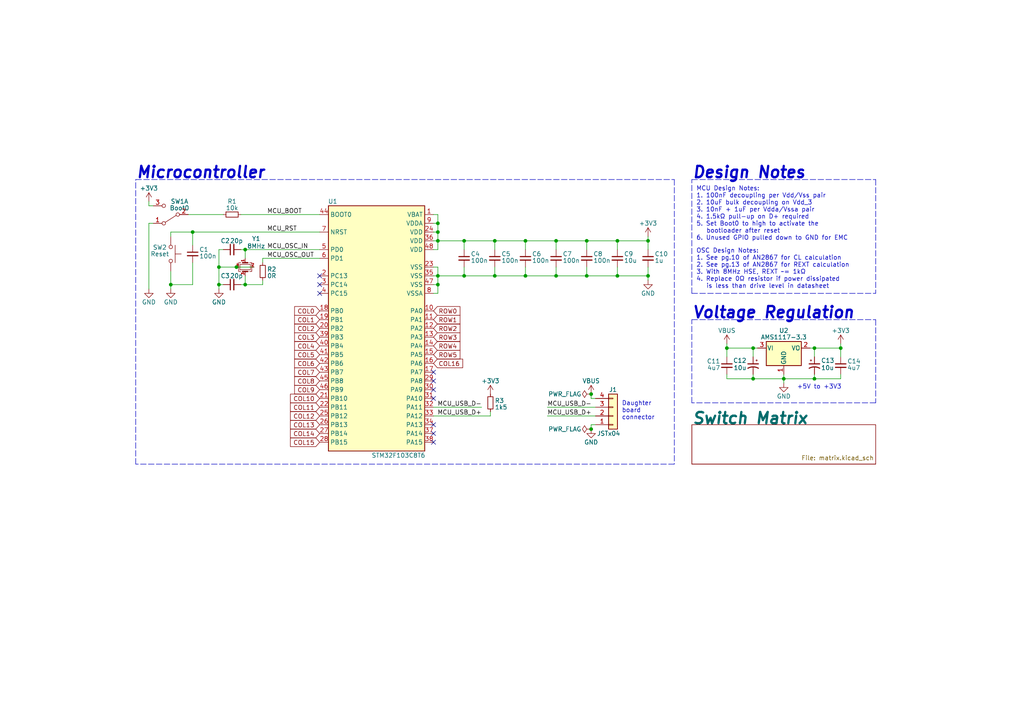
<source format=kicad_sch>
(kicad_sch (version 20211123) (generator eeschema)

  (uuid 5bb4b142-7f0d-4e91-98f8-ca8d5b0119f8)

  (paper "A4")

  (title_block
    (title "mech-eighty")
    (date "2022-06-18")
    (rev "1.0")
    (company "rothman")
  )

  (lib_symbols
    (symbol "Connector-Generic:Conn_01x04" (pin_names (offset 1.016) hide) (in_bom yes) (on_board yes)
      (property "Reference" "J" (id 0) (at 0 5.08 0)
        (effects (font (size 1.27 1.27)))
      )
      (property "Value" "Conn_01x04" (id 1) (at 0 -7.62 0)
        (effects (font (size 1.27 1.27)))
      )
      (property "Footprint" "" (id 2) (at 0 0 0)
        (effects (font (size 1.27 1.27)) hide)
      )
      (property "Datasheet" "~" (id 3) (at 0 0 0)
        (effects (font (size 1.27 1.27)) hide)
      )
      (property "ki_keywords" "connector" (id 4) (at 0 0 0)
        (effects (font (size 1.27 1.27)) hide)
      )
      (property "ki_description" "Generic connector, single row, 01x04, script generated (kicad-library-utils/schlib/autogen/connector/)" (id 5) (at 0 0 0)
        (effects (font (size 1.27 1.27)) hide)
      )
      (property "ki_fp_filters" "Connector*:*_1x??_*" (id 6) (at 0 0 0)
        (effects (font (size 1.27 1.27)) hide)
      )
      (symbol "Conn_01x04_1_1"
        (rectangle (start -1.27 -4.953) (end 0 -5.207)
          (stroke (width 0.1524) (type default) (color 0 0 0 0))
          (fill (type none))
        )
        (rectangle (start -1.27 -2.413) (end 0 -2.667)
          (stroke (width 0.1524) (type default) (color 0 0 0 0))
          (fill (type none))
        )
        (rectangle (start -1.27 0.127) (end 0 -0.127)
          (stroke (width 0.1524) (type default) (color 0 0 0 0))
          (fill (type none))
        )
        (rectangle (start -1.27 2.667) (end 0 2.413)
          (stroke (width 0.1524) (type default) (color 0 0 0 0))
          (fill (type none))
        )
        (rectangle (start -1.27 3.81) (end 1.27 -6.35)
          (stroke (width 0.254) (type default) (color 0 0 0 0))
          (fill (type background))
        )
        (pin passive line (at -5.08 2.54 0) (length 3.81)
          (name "Pin_1" (effects (font (size 1.27 1.27))))
          (number "1" (effects (font (size 1.27 1.27))))
        )
        (pin passive line (at -5.08 0 0) (length 3.81)
          (name "Pin_2" (effects (font (size 1.27 1.27))))
          (number "2" (effects (font (size 1.27 1.27))))
        )
        (pin passive line (at -5.08 -2.54 0) (length 3.81)
          (name "Pin_3" (effects (font (size 1.27 1.27))))
          (number "3" (effects (font (size 1.27 1.27))))
        )
        (pin passive line (at -5.08 -5.08 0) (length 3.81)
          (name "Pin_4" (effects (font (size 1.27 1.27))))
          (number "4" (effects (font (size 1.27 1.27))))
        )
      )
    )
    (symbol "Device:C_Polarized_Small_US" (pin_numbers hide) (pin_names (offset 0.254) hide) (in_bom yes) (on_board yes)
      (property "Reference" "C" (id 0) (at 0.254 1.778 0)
        (effects (font (size 1.27 1.27)) (justify left))
      )
      (property "Value" "C_Polarized_Small_US" (id 1) (at 0.254 -2.032 0)
        (effects (font (size 1.27 1.27)) (justify left))
      )
      (property "Footprint" "" (id 2) (at 0 0 0)
        (effects (font (size 1.27 1.27)) hide)
      )
      (property "Datasheet" "~" (id 3) (at 0 0 0)
        (effects (font (size 1.27 1.27)) hide)
      )
      (property "ki_keywords" "cap capacitor" (id 4) (at 0 0 0)
        (effects (font (size 1.27 1.27)) hide)
      )
      (property "ki_description" "Polarized capacitor, small US symbol" (id 5) (at 0 0 0)
        (effects (font (size 1.27 1.27)) hide)
      )
      (property "ki_fp_filters" "CP_*" (id 6) (at 0 0 0)
        (effects (font (size 1.27 1.27)) hide)
      )
      (symbol "C_Polarized_Small_US_0_1"
        (polyline
          (pts
            (xy -1.524 0.508)
            (xy 1.524 0.508)
          )
          (stroke (width 0.3048) (type default) (color 0 0 0 0))
          (fill (type none))
        )
        (polyline
          (pts
            (xy -1.27 1.524)
            (xy -0.762 1.524)
          )
          (stroke (width 0) (type default) (color 0 0 0 0))
          (fill (type none))
        )
        (polyline
          (pts
            (xy -1.016 1.27)
            (xy -1.016 1.778)
          )
          (stroke (width 0) (type default) (color 0 0 0 0))
          (fill (type none))
        )
        (arc (start 1.524 -0.762) (mid 0 -0.3734) (end -1.524 -0.762)
          (stroke (width 0.3048) (type default) (color 0 0 0 0))
          (fill (type none))
        )
      )
      (symbol "C_Polarized_Small_US_1_1"
        (pin passive line (at 0 2.54 270) (length 2.032)
          (name "~" (effects (font (size 1.27 1.27))))
          (number "1" (effects (font (size 1.27 1.27))))
        )
        (pin passive line (at 0 -2.54 90) (length 2.032)
          (name "~" (effects (font (size 1.27 1.27))))
          (number "2" (effects (font (size 1.27 1.27))))
        )
      )
    )
    (symbol "Device:C_Small" (pin_numbers hide) (pin_names (offset 0.254) hide) (in_bom yes) (on_board yes)
      (property "Reference" "C" (id 0) (at 0.254 1.778 0)
        (effects (font (size 1.27 1.27)) (justify left))
      )
      (property "Value" "C_Small" (id 1) (at 0.254 -2.032 0)
        (effects (font (size 1.27 1.27)) (justify left))
      )
      (property "Footprint" "" (id 2) (at 0 0 0)
        (effects (font (size 1.27 1.27)) hide)
      )
      (property "Datasheet" "~" (id 3) (at 0 0 0)
        (effects (font (size 1.27 1.27)) hide)
      )
      (property "ki_keywords" "capacitor cap" (id 4) (at 0 0 0)
        (effects (font (size 1.27 1.27)) hide)
      )
      (property "ki_description" "Unpolarized capacitor, small symbol" (id 5) (at 0 0 0)
        (effects (font (size 1.27 1.27)) hide)
      )
      (property "ki_fp_filters" "C_*" (id 6) (at 0 0 0)
        (effects (font (size 1.27 1.27)) hide)
      )
      (symbol "C_Small_0_1"
        (polyline
          (pts
            (xy -1.524 -0.508)
            (xy 1.524 -0.508)
          )
          (stroke (width 0.3302) (type default) (color 0 0 0 0))
          (fill (type none))
        )
        (polyline
          (pts
            (xy -1.524 0.508)
            (xy 1.524 0.508)
          )
          (stroke (width 0.3048) (type default) (color 0 0 0 0))
          (fill (type none))
        )
      )
      (symbol "C_Small_1_1"
        (pin passive line (at 0 2.54 270) (length 2.032)
          (name "~" (effects (font (size 1.27 1.27))))
          (number "1" (effects (font (size 1.27 1.27))))
        )
        (pin passive line (at 0 -2.54 90) (length 2.032)
          (name "~" (effects (font (size 1.27 1.27))))
          (number "2" (effects (font (size 1.27 1.27))))
        )
      )
    )
    (symbol "Device:Crystal_GND24_Small" (pin_names (offset 1.016) hide) (in_bom yes) (on_board yes)
      (property "Reference" "Y" (id 0) (at 1.27 4.445 0)
        (effects (font (size 1.27 1.27)) (justify left))
      )
      (property "Value" "Crystal_GND24_Small" (id 1) (at 1.27 2.54 0)
        (effects (font (size 1.27 1.27)) (justify left))
      )
      (property "Footprint" "" (id 2) (at 0 0 0)
        (effects (font (size 1.27 1.27)) hide)
      )
      (property "Datasheet" "~" (id 3) (at 0 0 0)
        (effects (font (size 1.27 1.27)) hide)
      )
      (property "ki_keywords" "quartz ceramic resonator oscillator" (id 4) (at 0 0 0)
        (effects (font (size 1.27 1.27)) hide)
      )
      (property "ki_description" "Four pin crystal, GND on pins 2 and 4, small symbol" (id 5) (at 0 0 0)
        (effects (font (size 1.27 1.27)) hide)
      )
      (property "ki_fp_filters" "Crystal*" (id 6) (at 0 0 0)
        (effects (font (size 1.27 1.27)) hide)
      )
      (symbol "Crystal_GND24_Small_0_1"
        (rectangle (start -0.762 -1.524) (end 0.762 1.524)
          (stroke (width 0) (type default) (color 0 0 0 0))
          (fill (type none))
        )
        (polyline
          (pts
            (xy -1.27 -0.762)
            (xy -1.27 0.762)
          )
          (stroke (width 0.381) (type default) (color 0 0 0 0))
          (fill (type none))
        )
        (polyline
          (pts
            (xy 1.27 -0.762)
            (xy 1.27 0.762)
          )
          (stroke (width 0.381) (type default) (color 0 0 0 0))
          (fill (type none))
        )
        (polyline
          (pts
            (xy -1.27 -1.27)
            (xy -1.27 -1.905)
            (xy 1.27 -1.905)
            (xy 1.27 -1.27)
          )
          (stroke (width 0) (type default) (color 0 0 0 0))
          (fill (type none))
        )
        (polyline
          (pts
            (xy -1.27 1.27)
            (xy -1.27 1.905)
            (xy 1.27 1.905)
            (xy 1.27 1.27)
          )
          (stroke (width 0) (type default) (color 0 0 0 0))
          (fill (type none))
        )
      )
      (symbol "Crystal_GND24_Small_1_1"
        (pin passive line (at -2.54 0 0) (length 1.27)
          (name "1" (effects (font (size 1.27 1.27))))
          (number "1" (effects (font (size 0.762 0.762))))
        )
        (pin passive line (at 0 -2.54 90) (length 0.635)
          (name "2" (effects (font (size 1.27 1.27))))
          (number "2" (effects (font (size 0.762 0.762))))
        )
        (pin passive line (at 2.54 0 180) (length 1.27)
          (name "3" (effects (font (size 1.27 1.27))))
          (number "3" (effects (font (size 0.762 0.762))))
        )
        (pin passive line (at 0 2.54 270) (length 0.635)
          (name "4" (effects (font (size 1.27 1.27))))
          (number "4" (effects (font (size 0.762 0.762))))
        )
      )
    )
    (symbol "Device:R_Small" (pin_numbers hide) (pin_names (offset 0.254) hide) (in_bom yes) (on_board yes)
      (property "Reference" "R" (id 0) (at 0.762 0.508 0)
        (effects (font (size 1.27 1.27)) (justify left))
      )
      (property "Value" "R_Small" (id 1) (at 0.762 -1.016 0)
        (effects (font (size 1.27 1.27)) (justify left))
      )
      (property "Footprint" "" (id 2) (at 0 0 0)
        (effects (font (size 1.27 1.27)) hide)
      )
      (property "Datasheet" "~" (id 3) (at 0 0 0)
        (effects (font (size 1.27 1.27)) hide)
      )
      (property "ki_keywords" "R resistor" (id 4) (at 0 0 0)
        (effects (font (size 1.27 1.27)) hide)
      )
      (property "ki_description" "Resistor, small symbol" (id 5) (at 0 0 0)
        (effects (font (size 1.27 1.27)) hide)
      )
      (property "ki_fp_filters" "R_*" (id 6) (at 0 0 0)
        (effects (font (size 1.27 1.27)) hide)
      )
      (symbol "R_Small_0_1"
        (rectangle (start -0.762 1.778) (end 0.762 -1.778)
          (stroke (width 0.2032) (type default) (color 0 0 0 0))
          (fill (type none))
        )
      )
      (symbol "R_Small_1_1"
        (pin passive line (at 0 2.54 270) (length 0.762)
          (name "~" (effects (font (size 1.27 1.27))))
          (number "1" (effects (font (size 1.27 1.27))))
        )
        (pin passive line (at 0 -2.54 90) (length 0.762)
          (name "~" (effects (font (size 1.27 1.27))))
          (number "2" (effects (font (size 1.27 1.27))))
        )
      )
    )
    (symbol "MCU-ST-STM32F103:STM32F103C8T6" (in_bom yes) (on_board yes)
      (property "Reference" "U" (id 0) (at -13.335 39.37 0)
        (effects (font (size 1.27 1.27)))
      )
      (property "Value" "STM32F103C8T6" (id 1) (at 6.35 -34.29 0)
        (effects (font (size 1.27 1.27)))
      )
      (property "Footprint" "" (id 2) (at 17.78 -13.335 0)
        (effects (font (size 1.27 1.27)) hide)
      )
      (property "Datasheet" "" (id 3) (at 17.78 -13.335 0)
        (effects (font (size 1.27 1.27)) hide)
      )
      (symbol "STM32F103C8T6_0_1"
        (rectangle (start -13.97 -33.02) (end 13.97 38.1)
          (stroke (width 0.254) (type default) (color 0 0 0 0))
          (fill (type background))
        )
      )
      (symbol "STM32F103C8T6_1_1"
        (pin power_in line (at 16.51 35.56 180) (length 2.54)
          (name "VBAT" (effects (font (size 1.27 1.27))))
          (number "1" (effects (font (size 1.27 1.27))))
        )
        (pin bidirectional line (at 16.51 7.62 180) (length 2.54)
          (name "PA0" (effects (font (size 1.27 1.27))))
          (number "10" (effects (font (size 1.27 1.27))))
        )
        (pin bidirectional line (at 16.51 5.08 180) (length 2.54)
          (name "PA1" (effects (font (size 1.27 1.27))))
          (number "11" (effects (font (size 1.27 1.27))))
        )
        (pin bidirectional line (at 16.51 2.54 180) (length 2.54)
          (name "PA2" (effects (font (size 1.27 1.27))))
          (number "12" (effects (font (size 1.27 1.27))))
        )
        (pin bidirectional line (at 16.51 0 180) (length 2.54)
          (name "PA3" (effects (font (size 1.27 1.27))))
          (number "13" (effects (font (size 1.27 1.27))))
        )
        (pin bidirectional line (at 16.51 -2.54 180) (length 2.54)
          (name "PA4" (effects (font (size 1.27 1.27))))
          (number "14" (effects (font (size 1.27 1.27))))
        )
        (pin bidirectional line (at 16.51 -5.08 180) (length 2.54)
          (name "PA5" (effects (font (size 1.27 1.27))))
          (number "15" (effects (font (size 1.27 1.27))))
        )
        (pin bidirectional line (at 16.51 -7.62 180) (length 2.54)
          (name "PA6" (effects (font (size 1.27 1.27))))
          (number "16" (effects (font (size 1.27 1.27))))
        )
        (pin bidirectional line (at 16.51 -10.16 180) (length 2.54)
          (name "PA7" (effects (font (size 1.27 1.27))))
          (number "17" (effects (font (size 1.27 1.27))))
        )
        (pin bidirectional line (at -16.51 7.62 0) (length 2.54)
          (name "PB0" (effects (font (size 1.27 1.27))))
          (number "18" (effects (font (size 1.27 1.27))))
        )
        (pin bidirectional line (at -16.51 5.08 0) (length 2.54)
          (name "PB1" (effects (font (size 1.27 1.27))))
          (number "19" (effects (font (size 1.27 1.27))))
        )
        (pin bidirectional line (at -16.51 17.78 0) (length 2.54)
          (name "PC13" (effects (font (size 1.27 1.27))))
          (number "2" (effects (font (size 1.27 1.27))))
        )
        (pin bidirectional line (at -16.51 2.54 0) (length 2.54)
          (name "PB2" (effects (font (size 1.27 1.27))))
          (number "20" (effects (font (size 1.27 1.27))))
        )
        (pin bidirectional line (at -16.51 -17.78 0) (length 2.54)
          (name "PB10" (effects (font (size 1.27 1.27))))
          (number "21" (effects (font (size 1.27 1.27))))
        )
        (pin bidirectional line (at -16.51 -20.32 0) (length 2.54)
          (name "PB11" (effects (font (size 1.27 1.27))))
          (number "22" (effects (font (size 1.27 1.27))))
        )
        (pin power_in line (at 16.51 20.32 180) (length 2.54)
          (name "VSS" (effects (font (size 1.27 1.27))))
          (number "23" (effects (font (size 1.27 1.27))))
        )
        (pin power_in line (at 16.51 30.48 180) (length 2.54)
          (name "VDD" (effects (font (size 1.27 1.27))))
          (number "24" (effects (font (size 1.27 1.27))))
        )
        (pin bidirectional line (at -16.51 -22.86 0) (length 2.54)
          (name "PB12" (effects (font (size 1.27 1.27))))
          (number "25" (effects (font (size 1.27 1.27))))
        )
        (pin bidirectional line (at -16.51 -25.4 0) (length 2.54)
          (name "PB13" (effects (font (size 1.27 1.27))))
          (number "26" (effects (font (size 1.27 1.27))))
        )
        (pin bidirectional line (at -16.51 -27.94 0) (length 2.54)
          (name "PB14" (effects (font (size 1.27 1.27))))
          (number "27" (effects (font (size 1.27 1.27))))
        )
        (pin bidirectional line (at -16.51 -30.48 0) (length 2.54)
          (name "PB15" (effects (font (size 1.27 1.27))))
          (number "28" (effects (font (size 1.27 1.27))))
        )
        (pin bidirectional line (at 16.51 -12.7 180) (length 2.54)
          (name "PA8" (effects (font (size 1.27 1.27))))
          (number "29" (effects (font (size 1.27 1.27))))
        )
        (pin bidirectional line (at -16.51 15.24 0) (length 2.54)
          (name "PC14" (effects (font (size 1.27 1.27))))
          (number "3" (effects (font (size 1.27 1.27))))
        )
        (pin bidirectional line (at 16.51 -15.24 180) (length 2.54)
          (name "PA9" (effects (font (size 1.27 1.27))))
          (number "30" (effects (font (size 1.27 1.27))))
        )
        (pin bidirectional line (at 16.51 -17.78 180) (length 2.54)
          (name "PA10" (effects (font (size 1.27 1.27))))
          (number "31" (effects (font (size 1.27 1.27))))
        )
        (pin bidirectional line (at 16.51 -20.32 180) (length 2.54)
          (name "PA11" (effects (font (size 1.27 1.27))))
          (number "32" (effects (font (size 1.27 1.27))))
        )
        (pin bidirectional line (at 16.51 -22.86 180) (length 2.54)
          (name "PA12" (effects (font (size 1.27 1.27))))
          (number "33" (effects (font (size 1.27 1.27))))
        )
        (pin bidirectional line (at 16.51 -25.4 180) (length 2.54)
          (name "PA13" (effects (font (size 1.27 1.27))))
          (number "34" (effects (font (size 1.27 1.27))))
        )
        (pin power_in line (at 16.51 17.78 180) (length 2.54)
          (name "VSS" (effects (font (size 1.27 1.27))))
          (number "35" (effects (font (size 1.27 1.27))))
        )
        (pin power_in line (at 16.51 27.94 180) (length 2.54)
          (name "VDD" (effects (font (size 1.27 1.27))))
          (number "36" (effects (font (size 1.27 1.27))))
        )
        (pin bidirectional line (at 16.51 -27.94 180) (length 2.54)
          (name "PA14" (effects (font (size 1.27 1.27))))
          (number "37" (effects (font (size 1.27 1.27))))
        )
        (pin bidirectional line (at 16.51 -30.48 180) (length 2.54)
          (name "PA15" (effects (font (size 1.27 1.27))))
          (number "38" (effects (font (size 1.27 1.27))))
        )
        (pin bidirectional line (at -16.51 0 0) (length 2.54)
          (name "PB3" (effects (font (size 1.27 1.27))))
          (number "39" (effects (font (size 1.27 1.27))))
        )
        (pin bidirectional line (at -16.51 12.7 0) (length 2.54)
          (name "PC15" (effects (font (size 1.27 1.27))))
          (number "4" (effects (font (size 1.27 1.27))))
        )
        (pin bidirectional line (at -16.51 -2.54 0) (length 2.54)
          (name "PB4" (effects (font (size 1.27 1.27))))
          (number "40" (effects (font (size 1.27 1.27))))
        )
        (pin bidirectional line (at -16.51 -5.08 0) (length 2.54)
          (name "PB5" (effects (font (size 1.27 1.27))))
          (number "41" (effects (font (size 1.27 1.27))))
        )
        (pin bidirectional line (at -16.51 -7.62 0) (length 2.54)
          (name "PB6" (effects (font (size 1.27 1.27))))
          (number "42" (effects (font (size 1.27 1.27))))
        )
        (pin bidirectional line (at -16.51 -10.16 0) (length 2.54)
          (name "PB7" (effects (font (size 1.27 1.27))))
          (number "43" (effects (font (size 1.27 1.27))))
        )
        (pin input line (at -16.51 35.56 0) (length 2.54)
          (name "BOOT0" (effects (font (size 1.27 1.27))))
          (number "44" (effects (font (size 1.27 1.27))))
        )
        (pin bidirectional line (at -16.51 -12.7 0) (length 2.54)
          (name "PB8" (effects (font (size 1.27 1.27))))
          (number "45" (effects (font (size 1.27 1.27))))
        )
        (pin bidirectional line (at -16.51 -15.24 0) (length 2.54)
          (name "PB9" (effects (font (size 1.27 1.27))))
          (number "46" (effects (font (size 1.27 1.27))))
        )
        (pin power_in line (at 16.51 15.24 180) (length 2.54)
          (name "VSS" (effects (font (size 1.27 1.27))))
          (number "47" (effects (font (size 1.27 1.27))))
        )
        (pin power_in line (at 16.51 25.4 180) (length 2.54)
          (name "VDD" (effects (font (size 1.27 1.27))))
          (number "48" (effects (font (size 1.27 1.27))))
        )
        (pin input line (at -16.51 25.4 0) (length 2.54)
          (name "PD0" (effects (font (size 1.27 1.27))))
          (number "5" (effects (font (size 1.27 1.27))))
        )
        (pin input line (at -16.51 22.86 0) (length 2.54)
          (name "PD1" (effects (font (size 1.27 1.27))))
          (number "6" (effects (font (size 1.27 1.27))))
        )
        (pin input line (at -16.51 30.48 0) (length 2.54)
          (name "NRST" (effects (font (size 1.27 1.27))))
          (number "7" (effects (font (size 1.27 1.27))))
        )
        (pin power_in line (at 16.51 12.7 180) (length 2.54)
          (name "VSSA" (effects (font (size 1.27 1.27))))
          (number "8" (effects (font (size 1.27 1.27))))
        )
        (pin power_in line (at 16.51 33.02 180) (length 2.54)
          (name "VDDA" (effects (font (size 1.27 1.27))))
          (number "9" (effects (font (size 1.27 1.27))))
        )
      )
    )
    (symbol "Power:+3V3" (power) (pin_names (offset 0)) (in_bom yes) (on_board yes)
      (property "Reference" "#PWR" (id 0) (at 0 -3.81 0)
        (effects (font (size 1.27 1.27)) hide)
      )
      (property "Value" "+3V3" (id 1) (at 0 3.556 0)
        (effects (font (size 1.27 1.27)))
      )
      (property "Footprint" "" (id 2) (at 0 0 0)
        (effects (font (size 1.27 1.27)) hide)
      )
      (property "Datasheet" "" (id 3) (at 0 0 0)
        (effects (font (size 1.27 1.27)) hide)
      )
      (property "ki_keywords" "power-flag" (id 4) (at 0 0 0)
        (effects (font (size 1.27 1.27)) hide)
      )
      (property "ki_description" "Power symbol creates a global label with name \"+3V3\"" (id 5) (at 0 0 0)
        (effects (font (size 1.27 1.27)) hide)
      )
      (symbol "+3V3_0_1"
        (polyline
          (pts
            (xy -0.762 1.27)
            (xy 0 2.54)
          )
          (stroke (width 0) (type default) (color 0 0 0 0))
          (fill (type none))
        )
        (polyline
          (pts
            (xy 0 0)
            (xy 0 2.54)
          )
          (stroke (width 0) (type default) (color 0 0 0 0))
          (fill (type none))
        )
        (polyline
          (pts
            (xy 0 2.54)
            (xy 0.762 1.27)
          )
          (stroke (width 0) (type default) (color 0 0 0 0))
          (fill (type none))
        )
      )
      (symbol "+3V3_1_1"
        (pin power_in line (at 0 0 90) (length 0) hide
          (name "+3V3" (effects (font (size 1.27 1.27))))
          (number "1" (effects (font (size 1.27 1.27))))
        )
      )
    )
    (symbol "Power:GND" (power) (pin_names (offset 0)) (in_bom yes) (on_board yes)
      (property "Reference" "#PWR" (id 0) (at 0 -6.35 0)
        (effects (font (size 1.27 1.27)) hide)
      )
      (property "Value" "GND" (id 1) (at 0 -3.81 0)
        (effects (font (size 1.27 1.27)))
      )
      (property "Footprint" "" (id 2) (at 0 0 0)
        (effects (font (size 1.27 1.27)) hide)
      )
      (property "Datasheet" "" (id 3) (at 0 0 0)
        (effects (font (size 1.27 1.27)) hide)
      )
      (property "ki_keywords" "power-flag" (id 4) (at 0 0 0)
        (effects (font (size 1.27 1.27)) hide)
      )
      (property "ki_description" "Power symbol creates a global label with name \"GND\" , ground" (id 5) (at 0 0 0)
        (effects (font (size 1.27 1.27)) hide)
      )
      (symbol "GND_0_1"
        (polyline
          (pts
            (xy 0 0)
            (xy 0 -1.27)
            (xy 1.27 -1.27)
            (xy 0 -2.54)
            (xy -1.27 -1.27)
            (xy 0 -1.27)
          )
          (stroke (width 0) (type default) (color 0 0 0 0))
          (fill (type none))
        )
      )
      (symbol "GND_1_1"
        (pin power_in line (at 0 0 270) (length 0) hide
          (name "GND" (effects (font (size 1.27 1.27))))
          (number "1" (effects (font (size 1.27 1.27))))
        )
      )
    )
    (symbol "Power:PWR_FLAG" (power) (pin_numbers hide) (pin_names (offset 0) hide) (in_bom yes) (on_board yes)
      (property "Reference" "#FLG" (id 0) (at 0 1.905 0)
        (effects (font (size 1.27 1.27)) hide)
      )
      (property "Value" "PWR_FLAG" (id 1) (at 0 3.81 0)
        (effects (font (size 1.27 1.27)))
      )
      (property "Footprint" "" (id 2) (at 0 0 0)
        (effects (font (size 1.27 1.27)) hide)
      )
      (property "Datasheet" "~" (id 3) (at 0 0 0)
        (effects (font (size 1.27 1.27)) hide)
      )
      (property "ki_keywords" "power-flag" (id 4) (at 0 0 0)
        (effects (font (size 1.27 1.27)) hide)
      )
      (property "ki_description" "Special symbol for telling ERC where power comes from" (id 5) (at 0 0 0)
        (effects (font (size 1.27 1.27)) hide)
      )
      (symbol "PWR_FLAG_0_0"
        (pin power_out line (at 0 0 90) (length 0)
          (name "pwr" (effects (font (size 1.27 1.27))))
          (number "1" (effects (font (size 1.27 1.27))))
        )
      )
      (symbol "PWR_FLAG_0_1"
        (polyline
          (pts
            (xy 0 0)
            (xy 0 1.27)
            (xy -1.016 1.905)
            (xy 0 2.54)
            (xy 1.016 1.905)
            (xy 0 1.27)
          )
          (stroke (width 0) (type default) (color 0 0 0 0))
          (fill (type none))
        )
      )
    )
    (symbol "Power:VBUS" (power) (pin_names (offset 0)) (in_bom yes) (on_board yes)
      (property "Reference" "#PWR" (id 0) (at 0 -3.81 0)
        (effects (font (size 1.27 1.27)) hide)
      )
      (property "Value" "VBUS" (id 1) (at 0 3.81 0)
        (effects (font (size 1.27 1.27)))
      )
      (property "Footprint" "" (id 2) (at 0 0 0)
        (effects (font (size 1.27 1.27)) hide)
      )
      (property "Datasheet" "" (id 3) (at 0 0 0)
        (effects (font (size 1.27 1.27)) hide)
      )
      (property "ki_keywords" "power-flag" (id 4) (at 0 0 0)
        (effects (font (size 1.27 1.27)) hide)
      )
      (property "ki_description" "Power symbol creates a global label with name \"VBUS\"" (id 5) (at 0 0 0)
        (effects (font (size 1.27 1.27)) hide)
      )
      (symbol "VBUS_0_1"
        (polyline
          (pts
            (xy -0.762 1.27)
            (xy 0 2.54)
          )
          (stroke (width 0) (type default) (color 0 0 0 0))
          (fill (type none))
        )
        (polyline
          (pts
            (xy 0 0)
            (xy 0 2.54)
          )
          (stroke (width 0) (type default) (color 0 0 0 0))
          (fill (type none))
        )
        (polyline
          (pts
            (xy 0 2.54)
            (xy 0.762 1.27)
          )
          (stroke (width 0) (type default) (color 0 0 0 0))
          (fill (type none))
        )
      )
      (symbol "VBUS_1_1"
        (pin power_in line (at 0 0 90) (length 0) hide
          (name "VBUS" (effects (font (size 1.27 1.27))))
          (number "1" (effects (font (size 1.27 1.27))))
        )
      )
    )
    (symbol "Regulator-Linear:AMS1117-3.3" (pin_names (offset 0.254)) (in_bom yes) (on_board yes)
      (property "Reference" "U" (id 0) (at -3.81 3.175 0)
        (effects (font (size 1.27 1.27)))
      )
      (property "Value" "AMS1117-3.3" (id 1) (at 0 3.175 0)
        (effects (font (size 1.27 1.27)) (justify left))
      )
      (property "Footprint" "Package_TO_SOT_SMD:SOT-223-3_TabPin2" (id 2) (at 0 5.08 0)
        (effects (font (size 1.27 1.27)) hide)
      )
      (property "Datasheet" "" (id 3) (at 2.54 -6.35 0)
        (effects (font (size 1.27 1.27)) hide)
      )
      (property "ki_fp_filters" "SOT?223*TabPin2*" (id 4) (at 0 0 0)
        (effects (font (size 1.27 1.27)) hide)
      )
      (symbol "AMS1117-3.3_0_1"
        (rectangle (start -5.08 -5.08) (end 5.08 1.905)
          (stroke (width 0.254) (type default) (color 0 0 0 0))
          (fill (type background))
        )
      )
      (symbol "AMS1117-3.3_1_1"
        (pin power_in line (at 0 -7.62 90) (length 2.54)
          (name "GND" (effects (font (size 1.27 1.27))))
          (number "1" (effects (font (size 1.27 1.27))))
        )
        (pin power_out line (at 7.62 0 180) (length 2.54)
          (name "VO" (effects (font (size 1.27 1.27))))
          (number "2" (effects (font (size 1.27 1.27))))
        )
        (pin power_in line (at -7.62 0 0) (length 2.54)
          (name "VI" (effects (font (size 1.27 1.27))))
          (number "3" (effects (font (size 1.27 1.27))))
        )
      )
    )
    (symbol "Switches:SW_DPDT_x2" (pin_names (offset 0) hide) (in_bom yes) (on_board yes)
      (property "Reference" "SW" (id 0) (at 0 4.318 0)
        (effects (font (size 1.27 1.27)))
      )
      (property "Value" "SW_DPDT_x2" (id 1) (at 0 -5.08 0)
        (effects (font (size 1.27 1.27)))
      )
      (property "Footprint" "" (id 2) (at 0 0 0)
        (effects (font (size 1.27 1.27)) hide)
      )
      (property "Datasheet" "~" (id 3) (at 0 0 0)
        (effects (font (size 1.27 1.27)) hide)
      )
      (property "ki_keywords" "switch dual-pole double-throw DPDT spdt ON-ON" (id 4) (at 0 0 0)
        (effects (font (size 1.27 1.27)) hide)
      )
      (property "ki_description" "Switch, dual pole double throw, separate symbols" (id 5) (at 0 0 0)
        (effects (font (size 1.27 1.27)) hide)
      )
      (property "ki_fp_filters" "SW*DPDT*" (id 6) (at 0 0 0)
        (effects (font (size 1.27 1.27)) hide)
      )
      (symbol "SW_DPDT_x2_0_0"
        (circle (center -2.032 0) (radius 0.508)
          (stroke (width 0) (type default) (color 0 0 0 0))
          (fill (type none))
        )
        (circle (center 2.032 -2.54) (radius 0.508)
          (stroke (width 0) (type default) (color 0 0 0 0))
          (fill (type none))
        )
      )
      (symbol "SW_DPDT_x2_0_1"
        (polyline
          (pts
            (xy -1.524 0.254)
            (xy 1.651 2.286)
          )
          (stroke (width 0) (type default) (color 0 0 0 0))
          (fill (type none))
        )
        (circle (center 2.032 2.54) (radius 0.508)
          (stroke (width 0) (type default) (color 0 0 0 0))
          (fill (type none))
        )
      )
      (symbol "SW_DPDT_x2_1_1"
        (pin passive line (at 5.08 2.54 180) (length 2.54)
          (name "A" (effects (font (size 1.27 1.27))))
          (number "1" (effects (font (size 1.27 1.27))))
        )
        (pin passive line (at -5.08 0 0) (length 2.54)
          (name "B" (effects (font (size 1.27 1.27))))
          (number "2" (effects (font (size 1.27 1.27))))
        )
        (pin passive line (at 5.08 -2.54 180) (length 2.54)
          (name "C" (effects (font (size 1.27 1.27))))
          (number "3" (effects (font (size 1.27 1.27))))
        )
      )
      (symbol "SW_DPDT_x2_2_1"
        (pin passive line (at 5.08 2.54 180) (length 2.54)
          (name "A" (effects (font (size 1.27 1.27))))
          (number "4" (effects (font (size 1.27 1.27))))
        )
        (pin passive line (at -5.08 0 0) (length 2.54)
          (name "B" (effects (font (size 1.27 1.27))))
          (number "5" (effects (font (size 1.27 1.27))))
        )
        (pin passive line (at 5.08 -2.54 180) (length 2.54)
          (name "C" (effects (font (size 1.27 1.27))))
          (number "6" (effects (font (size 1.27 1.27))))
        )
      )
    )
    (symbol "Switches:SW_Push" (pin_numbers hide) (pin_names (offset 1.016) hide) (in_bom yes) (on_board yes)
      (property "Reference" "SW" (id 0) (at 1.27 2.54 0)
        (effects (font (size 1.27 1.27)) (justify left))
      )
      (property "Value" "SW_Push" (id 1) (at 0 -1.524 0)
        (effects (font (size 1.27 1.27)))
      )
      (property "Footprint" "" (id 2) (at 0 5.08 0)
        (effects (font (size 1.27 1.27)) hide)
      )
      (property "Datasheet" "~" (id 3) (at 0 5.08 0)
        (effects (font (size 1.27 1.27)) hide)
      )
      (property "ki_keywords" "switch normally-open pushbutton push-button" (id 4) (at 0 0 0)
        (effects (font (size 1.27 1.27)) hide)
      )
      (property "ki_description" "Push button switch, generic, two pins" (id 5) (at 0 0 0)
        (effects (font (size 1.27 1.27)) hide)
      )
      (symbol "SW_Push_0_1"
        (circle (center -2.032 0) (radius 0.508)
          (stroke (width 0) (type default) (color 0 0 0 0))
          (fill (type none))
        )
        (polyline
          (pts
            (xy 0 1.27)
            (xy 0 3.048)
          )
          (stroke (width 0) (type default) (color 0 0 0 0))
          (fill (type none))
        )
        (polyline
          (pts
            (xy 2.54 1.27)
            (xy -2.54 1.27)
          )
          (stroke (width 0) (type default) (color 0 0 0 0))
          (fill (type none))
        )
        (circle (center 2.032 0) (radius 0.508)
          (stroke (width 0) (type default) (color 0 0 0 0))
          (fill (type none))
        )
        (pin passive line (at -5.08 0 0) (length 2.54)
          (name "1" (effects (font (size 1.27 1.27))))
          (number "1" (effects (font (size 1.27 1.27))))
        )
        (pin passive line (at 5.08 0 180) (length 2.54)
          (name "2" (effects (font (size 1.27 1.27))))
          (number "2" (effects (font (size 1.27 1.27))))
        )
      )
    )
  )

  (junction (at 187.96 80.01) (diameter 0) (color 0 0 0 0)
    (uuid 03fce2bc-1f0c-4988-a496-977280f099fb)
  )
  (junction (at 179.07 69.85) (diameter 0) (color 0 0 0 0)
    (uuid 1e9325a3-cedc-416a-90eb-2f2ed97e2808)
  )
  (junction (at 161.29 69.85) (diameter 0) (color 0 0 0 0)
    (uuid 293aee68-5756-4d68-8bd6-677f3b0d867f)
  )
  (junction (at 170.18 80.01) (diameter 0) (color 0 0 0 0)
    (uuid 2d0253e5-d4ed-435e-970c-2144d3f29467)
  )
  (junction (at 161.29 80.01) (diameter 0) (color 0 0 0 0)
    (uuid 2e1913a5-c14c-43a1-88fc-a26b5f584158)
  )
  (junction (at 170.18 69.85) (diameter 0) (color 0 0 0 0)
    (uuid 2e487b90-c259-4b0d-97cb-84e508ee7cae)
  )
  (junction (at 227.33 109.855) (diameter 0) (color 0 0 0 0)
    (uuid 354634b6-0a80-4159-8dfd-c179048a785b)
  )
  (junction (at 152.4 69.85) (diameter 0) (color 0 0 0 0)
    (uuid 361398c2-d5d1-444e-89d7-0e9530325683)
  )
  (junction (at 236.22 100.965) (diameter 0) (color 0 0 0 0)
    (uuid 3ccb092a-3158-469b-8fa8-d3099c3ee60c)
  )
  (junction (at 152.4 80.01) (diameter 0) (color 0 0 0 0)
    (uuid 4485d915-b701-462a-a561-a75750818b8b)
  )
  (junction (at 63.5 82.55) (diameter 0) (color 0 0 0 0)
    (uuid 499d18f7-ea1b-4b82-8027-3c7321aa0231)
  )
  (junction (at 243.84 100.965) (diameter 0) (color 0 0 0 0)
    (uuid 524d8478-959f-41d3-b713-d12b8c705c56)
  )
  (junction (at 127 64.77) (diameter 0) (color 0 0 0 0)
    (uuid 5977d077-c527-4408-86d9-f81191aa569b)
  )
  (junction (at 218.44 100.965) (diameter 0) (color 0 0 0 0)
    (uuid 6107e6df-a9a4-4e2a-9282-e163159894c7)
  )
  (junction (at 171.45 124.46) (diameter 0) (color 0 0 0 0)
    (uuid 682420d8-9dca-4d68-9c18-2854ff02ad9a)
  )
  (junction (at 134.62 80.01) (diameter 0) (color 0 0 0 0)
    (uuid 715415ac-502a-46a8-bd4e-b7e7743787eb)
  )
  (junction (at 127 80.01) (diameter 0) (color 0 0 0 0)
    (uuid 749c0d28-51c0-4391-b10d-18daf319c124)
  )
  (junction (at 134.62 69.85) (diameter 0) (color 0 0 0 0)
    (uuid 7619ca33-a653-48a1-8e2f-b05910fa624d)
  )
  (junction (at 218.44 109.855) (diameter 0) (color 0 0 0 0)
    (uuid 78d714bc-afaa-46bd-9772-582dee5d3a89)
  )
  (junction (at 63.5 77.47) (diameter 0) (color 0 0 0 0)
    (uuid 89b2be7b-7917-4022-9bd3-5d6fc3bacbd6)
  )
  (junction (at 49.53 82.55) (diameter 0) (color 0 0 0 0)
    (uuid 8b53e8a1-a048-4f0b-8730-db15b89d8922)
  )
  (junction (at 127 82.55) (diameter 0) (color 0 0 0 0)
    (uuid 90361764-d125-431c-aff1-b91486cf63fb)
  )
  (junction (at 210.82 100.965) (diameter 0) (color 0 0 0 0)
    (uuid 9618ac5f-cf6a-42b2-9db4-6ce036020d2e)
  )
  (junction (at 179.07 80.01) (diameter 0) (color 0 0 0 0)
    (uuid 9ea0144c-0ec8-4e54-84c3-834f32f9c815)
  )
  (junction (at 68.58 77.47) (diameter 0) (color 0 0 0 0)
    (uuid a549d5e0-46fe-49c5-90e6-884fa1d40fba)
  )
  (junction (at 127 69.85) (diameter 0) (color 0 0 0 0)
    (uuid ac80ff79-997d-40da-816a-4c4fbe1e209c)
  )
  (junction (at 71.12 82.55) (diameter 0) (color 0 0 0 0)
    (uuid b5fe935b-d330-4d45-a755-3178328786ec)
  )
  (junction (at 127 67.31) (diameter 0) (color 0 0 0 0)
    (uuid b843ef94-4e23-4bb2-8888-34bb0719c9dc)
  )
  (junction (at 71.12 72.39) (diameter 0) (color 0 0 0 0)
    (uuid bee479a0-b8cb-4fc5-9984-db2c0db6bbf1)
  )
  (junction (at 187.96 69.85) (diameter 0) (color 0 0 0 0)
    (uuid d490a1ec-9bea-4dff-8951-827de115695b)
  )
  (junction (at 143.51 69.85) (diameter 0) (color 0 0 0 0)
    (uuid e4b6a3c5-bf5e-4df0-99e9-4d77fb4d337b)
  )
  (junction (at 143.51 80.01) (diameter 0) (color 0 0 0 0)
    (uuid e969c5fa-71cb-4259-9fb2-4bf3830a7752)
  )
  (junction (at 236.22 109.855) (diameter 0) (color 0 0 0 0)
    (uuid eb6178f6-5b16-4daa-882e-b7f70c229476)
  )
  (junction (at 55.88 67.31) (diameter 0) (color 0 0 0 0)
    (uuid ebcf1b3a-99b5-4865-b727-9426405cf861)
  )
  (junction (at 171.45 114.3) (diameter 0) (color 0 0 0 0)
    (uuid ee63777c-3dd7-42e3-8028-9364841c1a17)
  )

  (no_connect (at 125.73 110.49) (uuid 05aef977-29a9-4928-aa6c-5a454580417f))
  (no_connect (at 92.71 80.01) (uuid 5e735d54-7ac6-4608-8b19-d0ada276ae18))
  (no_connect (at 92.71 82.55) (uuid 5e735d54-7ac6-4608-8b19-d0ada276ae18))
  (no_connect (at 125.73 125.73) (uuid 5e735d54-7ac6-4608-8b19-d0ada276ae18))
  (no_connect (at 125.73 123.19) (uuid 5e735d54-7ac6-4608-8b19-d0ada276ae18))
  (no_connect (at 125.73 128.27) (uuid 5e735d54-7ac6-4608-8b19-d0ada276ae18))
  (no_connect (at 125.73 115.57) (uuid 5e735d54-7ac6-4608-8b19-d0ada276ae18))
  (no_connect (at 125.73 113.03) (uuid 5e735d54-7ac6-4608-8b19-d0ada276ae18))
  (no_connect (at 92.71 85.09) (uuid 5e735d54-7ac6-4608-8b19-d0ada276ae18))
  (no_connect (at 125.73 107.95) (uuid c7e6400a-b240-4454-8b73-0588b627d955))

  (wire (pts (xy 210.82 103.505) (xy 210.82 100.965))
    (stroke (width 0) (type default) (color 0 0 0 0))
    (uuid 051cd20e-cb4a-4c9a-b35a-ba2287654b59)
  )
  (wire (pts (xy 125.73 67.31) (xy 127 67.31))
    (stroke (width 0) (type default) (color 0 0 0 0))
    (uuid 076b9202-5a7d-4bc6-8113-a1aab76c4cc1)
  )
  (wire (pts (xy 127 69.85) (xy 127 67.31))
    (stroke (width 0) (type default) (color 0 0 0 0))
    (uuid 07a042cc-6a41-4427-a77d-ab45c1221b2f)
  )
  (wire (pts (xy 243.84 100.965) (xy 243.84 103.505))
    (stroke (width 0) (type default) (color 0 0 0 0))
    (uuid 09e1c3fc-d6c7-40c0-bf67-2adcac4d2f2e)
  )
  (wire (pts (xy 170.18 69.85) (xy 179.07 69.85))
    (stroke (width 0) (type default) (color 0 0 0 0))
    (uuid 09e689f8-4d26-4860-866d-b9e608dc6c64)
  )
  (wire (pts (xy 125.73 69.85) (xy 127 69.85))
    (stroke (width 0) (type default) (color 0 0 0 0))
    (uuid 0a9501dd-2695-4f6b-a5b7-c948704ccce9)
  )
  (wire (pts (xy 187.96 68.58) (xy 187.96 69.85))
    (stroke (width 0) (type default) (color 0 0 0 0))
    (uuid 0cc28b12-6ae1-444f-a70b-1b6a47d7aa52)
  )
  (wire (pts (xy 134.62 80.01) (xy 127 80.01))
    (stroke (width 0) (type default) (color 0 0 0 0))
    (uuid 0d2539a8-5597-410c-ae11-c0cf57caba45)
  )
  (wire (pts (xy 125.73 62.23) (xy 127 62.23))
    (stroke (width 0) (type default) (color 0 0 0 0))
    (uuid 0def1603-1d4d-4252-8a57-55abc617cfe9)
  )
  (wire (pts (xy 142.24 119.38) (xy 142.24 120.65))
    (stroke (width 0) (type default) (color 0 0 0 0))
    (uuid 11276fd9-fc26-499b-bf45-78da5152c898)
  )
  (polyline (pts (xy 195.58 52.07) (xy 195.58 134.62))
    (stroke (width 0) (type default) (color 0 0 0 0))
    (uuid 1309f407-1289-4503-a6e9-b33f32305e4c)
  )

  (wire (pts (xy 63.5 77.47) (xy 63.5 82.55))
    (stroke (width 0) (type default) (color 0 0 0 0))
    (uuid 14e61113-3a7a-4260-b155-d3aad3e69376)
  )
  (wire (pts (xy 125.73 85.09) (xy 127 85.09))
    (stroke (width 0) (type default) (color 0 0 0 0))
    (uuid 15b62431-a080-4ada-b7aa-2cef0fa8bbe4)
  )
  (wire (pts (xy 49.53 67.31) (xy 49.53 68.58))
    (stroke (width 0) (type default) (color 0 0 0 0))
    (uuid 160b8fec-38b9-49c1-9daf-8579edde9dff)
  )
  (wire (pts (xy 125.73 77.47) (xy 127 77.47))
    (stroke (width 0) (type default) (color 0 0 0 0))
    (uuid 188388d3-f765-4e5c-a5ab-57dd61ef8fb8)
  )
  (wire (pts (xy 43.18 59.69) (xy 43.18 58.42))
    (stroke (width 0) (type default) (color 0 0 0 0))
    (uuid 1a258d92-29cf-41a1-adf4-2f4058ecb0d6)
  )
  (wire (pts (xy 170.18 69.85) (xy 170.18 72.39))
    (stroke (width 0) (type default) (color 0 0 0 0))
    (uuid 1f53b352-3d97-46a5-b079-f8808e1775a2)
  )
  (wire (pts (xy 210.82 100.965) (xy 218.44 100.965))
    (stroke (width 0) (type default) (color 0 0 0 0))
    (uuid 201fdfa9-c0ed-46d4-9aef-87dc78c84230)
  )
  (wire (pts (xy 71.12 72.39) (xy 71.12 74.93))
    (stroke (width 0) (type default) (color 0 0 0 0))
    (uuid 244c7031-e2df-4131-9336-9a4fc86de1ee)
  )
  (wire (pts (xy 143.51 80.01) (xy 134.62 80.01))
    (stroke (width 0) (type default) (color 0 0 0 0))
    (uuid 25ae6f85-b4f6-4454-ada8-d53609e23ceb)
  )
  (wire (pts (xy 171.45 114.3) (xy 171.45 115.57))
    (stroke (width 0) (type default) (color 0 0 0 0))
    (uuid 26764b10-183e-4a2a-8cc4-62b4124969a2)
  )
  (wire (pts (xy 187.96 80.01) (xy 179.07 80.01))
    (stroke (width 0) (type default) (color 0 0 0 0))
    (uuid 271f1968-7fc5-48e2-bf65-2ac5ae1691d9)
  )
  (wire (pts (xy 63.5 72.39) (xy 64.77 72.39))
    (stroke (width 0) (type default) (color 0 0 0 0))
    (uuid 2976d617-2c38-42c0-a5b7-867526ae4cb0)
  )
  (wire (pts (xy 210.82 109.855) (xy 210.82 108.585))
    (stroke (width 0) (type default) (color 0 0 0 0))
    (uuid 2bcb01e5-dda1-4f2e-8f89-8dbda452e1a9)
  )
  (polyline (pts (xy 39.37 134.62) (xy 39.37 52.07))
    (stroke (width 0) (type default) (color 0 0 0 0))
    (uuid 2ccf7152-ab40-4309-9d91-fd90b2dea84b)
  )

  (wire (pts (xy 125.73 72.39) (xy 127 72.39))
    (stroke (width 0) (type default) (color 0 0 0 0))
    (uuid 336bb4d2-2167-469d-9774-6386006fb02e)
  )
  (wire (pts (xy 92.71 67.31) (xy 55.88 67.31))
    (stroke (width 0) (type default) (color 0 0 0 0))
    (uuid 3552653d-3a96-49f8-b58f-178db676fdfd)
  )
  (wire (pts (xy 161.29 77.47) (xy 161.29 80.01))
    (stroke (width 0) (type default) (color 0 0 0 0))
    (uuid 36dc6184-5056-4241-9d71-b8448efb5165)
  )
  (wire (pts (xy 179.07 69.85) (xy 187.96 69.85))
    (stroke (width 0) (type default) (color 0 0 0 0))
    (uuid 382bea9c-3feb-406b-a786-b05625e27712)
  )
  (polyline (pts (xy 39.37 52.07) (xy 195.58 52.07))
    (stroke (width 0) (type default) (color 0 0 0 0))
    (uuid 39104b02-1883-4646-ae4b-77fe73fed538)
  )

  (wire (pts (xy 158.75 120.65) (xy 172.72 120.65))
    (stroke (width 0) (type default) (color 0 0 0 0))
    (uuid 3a0ee45b-db1e-4d33-8db9-f879d7e4e915)
  )
  (wire (pts (xy 134.62 77.47) (xy 134.62 80.01))
    (stroke (width 0) (type default) (color 0 0 0 0))
    (uuid 3bf3468b-0825-43e3-9b4c-291a68344c31)
  )
  (wire (pts (xy 179.07 77.47) (xy 179.07 80.01))
    (stroke (width 0) (type default) (color 0 0 0 0))
    (uuid 3cf5b0ab-b52d-4f6c-9b4f-720e216ae7c7)
  )
  (wire (pts (xy 219.71 100.965) (xy 218.44 100.965))
    (stroke (width 0) (type default) (color 0 0 0 0))
    (uuid 3df4174c-3fe0-4649-9985-7a67a60f8aa7)
  )
  (wire (pts (xy 227.33 108.585) (xy 227.33 109.855))
    (stroke (width 0) (type default) (color 0 0 0 0))
    (uuid 40f8855a-6cf6-417a-a2cc-0b4b12a37a32)
  )
  (wire (pts (xy 76.2 74.93) (xy 76.2 76.2))
    (stroke (width 0) (type default) (color 0 0 0 0))
    (uuid 41f4c12c-723d-473d-9a82-f702d55c1c13)
  )
  (polyline (pts (xy 200.66 92.71) (xy 254 92.71))
    (stroke (width 0) (type default) (color 0 0 0 0))
    (uuid 433d4ed3-0fa7-437a-b51c-28bbb5fcabdc)
  )

  (wire (pts (xy 63.5 82.55) (xy 63.5 83.82))
    (stroke (width 0) (type default) (color 0 0 0 0))
    (uuid 4665afd5-178e-4978-a349-1a8380a2fd95)
  )
  (wire (pts (xy 218.44 109.855) (xy 210.82 109.855))
    (stroke (width 0) (type default) (color 0 0 0 0))
    (uuid 48ef241b-99d4-4d02-bdc1-4009a7755a22)
  )
  (wire (pts (xy 152.4 77.47) (xy 152.4 80.01))
    (stroke (width 0) (type default) (color 0 0 0 0))
    (uuid 51456096-9f04-44fe-8574-9864f008be8e)
  )
  (wire (pts (xy 227.33 109.855) (xy 227.33 111.125))
    (stroke (width 0) (type default) (color 0 0 0 0))
    (uuid 51eac3b1-3d2d-4d01-b002-2894e1c79f04)
  )
  (wire (pts (xy 125.73 64.77) (xy 127 64.77))
    (stroke (width 0) (type default) (color 0 0 0 0))
    (uuid 5378c261-bdb8-4f7d-a188-41fc285c7cd9)
  )
  (wire (pts (xy 127 80.01) (xy 127 82.55))
    (stroke (width 0) (type default) (color 0 0 0 0))
    (uuid 56025eb5-c8a2-4f74-ace9-5e535cb84cdf)
  )
  (wire (pts (xy 127 82.55) (xy 127 85.09))
    (stroke (width 0) (type default) (color 0 0 0 0))
    (uuid 5ae31e04-29c3-4f96-99a4-75ce4029e3b0)
  )
  (wire (pts (xy 55.88 67.31) (xy 49.53 67.31))
    (stroke (width 0) (type default) (color 0 0 0 0))
    (uuid 5c3f1ae4-449b-4b93-879a-c647ec3c9ad8)
  )
  (wire (pts (xy 69.85 62.23) (xy 92.71 62.23))
    (stroke (width 0) (type default) (color 0 0 0 0))
    (uuid 5d058d22-e4c5-4615-84c1-f023d95dcb1e)
  )
  (polyline (pts (xy 254 92.71) (xy 254 116.84))
    (stroke (width 0) (type default) (color 0 0 0 0))
    (uuid 5d101c9c-68f1-43e0-8f5c-1b0ad2b1c916)
  )
  (polyline (pts (xy 200.66 85.09) (xy 254 85.09))
    (stroke (width 0) (type default) (color 0 0 0 0))
    (uuid 5d325c46-4e99-41dc-b9f9-667a4fef5aba)
  )
  (polyline (pts (xy 200.66 116.84) (xy 200.66 92.71))
    (stroke (width 0) (type default) (color 0 0 0 0))
    (uuid 5fb7acef-159c-4c22-8b6c-6cac0ef3d242)
  )

  (wire (pts (xy 44.45 59.69) (xy 43.18 59.69))
    (stroke (width 0) (type default) (color 0 0 0 0))
    (uuid 5fcb8eed-5fe3-4e7e-ba31-da87f094b957)
  )
  (wire (pts (xy 64.77 82.55) (xy 63.5 82.55))
    (stroke (width 0) (type default) (color 0 0 0 0))
    (uuid 6059b348-3087-4ed2-a92f-48e5a71599b5)
  )
  (wire (pts (xy 73.66 77.47) (xy 68.58 77.47))
    (stroke (width 0) (type default) (color 0 0 0 0))
    (uuid 62d1d8be-e0d5-4145-9f00-d205beee8118)
  )
  (polyline (pts (xy 200.66 85.09) (xy 200.66 52.07))
    (stroke (width 0) (type default) (color 0 0 0 0))
    (uuid 64291021-a19b-4477-af36-877f4096b2bc)
  )

  (wire (pts (xy 143.51 69.85) (xy 152.4 69.85))
    (stroke (width 0) (type default) (color 0 0 0 0))
    (uuid 696e169c-4592-44c9-b46f-27d9490c5499)
  )
  (wire (pts (xy 172.72 123.19) (xy 171.45 123.19))
    (stroke (width 0) (type default) (color 0 0 0 0))
    (uuid 6c0f8a92-bca7-450a-a6ed-3db506c6ff7a)
  )
  (wire (pts (xy 55.88 82.55) (xy 49.53 82.55))
    (stroke (width 0) (type default) (color 0 0 0 0))
    (uuid 70fd13b0-d644-4e4f-92f6-d928ea90a88a)
  )
  (wire (pts (xy 143.51 69.85) (xy 143.51 72.39))
    (stroke (width 0) (type default) (color 0 0 0 0))
    (uuid 73ddddca-c7b1-4bf0-ba12-0371df4b7c95)
  )
  (wire (pts (xy 55.88 76.2) (xy 55.88 82.55))
    (stroke (width 0) (type default) (color 0 0 0 0))
    (uuid 76901b81-3b35-4d73-a55f-62d948f292f6)
  )
  (wire (pts (xy 152.4 80.01) (xy 143.51 80.01))
    (stroke (width 0) (type default) (color 0 0 0 0))
    (uuid 78b4a5da-8b75-49f3-8914-4f9ae34e2c43)
  )
  (wire (pts (xy 236.22 108.585) (xy 236.22 109.855))
    (stroke (width 0) (type default) (color 0 0 0 0))
    (uuid 829114dd-08a7-414a-a97a-99c1deecc5de)
  )
  (wire (pts (xy 125.73 120.65) (xy 142.24 120.65))
    (stroke (width 0) (type default) (color 0 0 0 0))
    (uuid 84df3336-d5e2-4b6e-a045-626b6ac7e8ce)
  )
  (wire (pts (xy 54.61 62.23) (xy 64.77 62.23))
    (stroke (width 0) (type default) (color 0 0 0 0))
    (uuid 8525fa74-1518-42cc-a6b9-2f284f536c97)
  )
  (wire (pts (xy 127 77.47) (xy 127 80.01))
    (stroke (width 0) (type default) (color 0 0 0 0))
    (uuid 85434840-ad8d-4488-a300-8e0810a4595d)
  )
  (wire (pts (xy 187.96 77.47) (xy 187.96 80.01))
    (stroke (width 0) (type default) (color 0 0 0 0))
    (uuid 8a4c1b2c-1b04-461f-a536-bbed5325618b)
  )
  (wire (pts (xy 152.4 69.85) (xy 152.4 72.39))
    (stroke (width 0) (type default) (color 0 0 0 0))
    (uuid 8bf8eaea-69d4-458a-8929-b3293c652af5)
  )
  (wire (pts (xy 92.71 74.93) (xy 76.2 74.93))
    (stroke (width 0) (type default) (color 0 0 0 0))
    (uuid 908987d4-4974-4061-bd95-8b2852aba0d1)
  )
  (wire (pts (xy 171.45 115.57) (xy 172.72 115.57))
    (stroke (width 0) (type default) (color 0 0 0 0))
    (uuid 9326dccd-10fe-46b4-b665-7ebd4496d799)
  )
  (wire (pts (xy 43.18 64.77) (xy 43.18 83.82))
    (stroke (width 0) (type default) (color 0 0 0 0))
    (uuid 941226d8-0cea-4cfd-b7c0-b23f444d13b1)
  )
  (wire (pts (xy 125.73 82.55) (xy 127 82.55))
    (stroke (width 0) (type default) (color 0 0 0 0))
    (uuid 96317eb3-1709-4e55-a8ad-d9408a99503f)
  )
  (wire (pts (xy 127 69.85) (xy 134.62 69.85))
    (stroke (width 0) (type default) (color 0 0 0 0))
    (uuid 969eca2f-88e3-4d10-9e5d-926d03f36c9b)
  )
  (wire (pts (xy 69.85 82.55) (xy 71.12 82.55))
    (stroke (width 0) (type default) (color 0 0 0 0))
    (uuid 97554e4b-26ee-42a4-b1ac-d3fbcff07a46)
  )
  (wire (pts (xy 63.5 77.47) (xy 63.5 72.39))
    (stroke (width 0) (type default) (color 0 0 0 0))
    (uuid 9ae6259d-ff85-4ce8-bfb1-aba8ac4b054e)
  )
  (wire (pts (xy 49.53 78.74) (xy 49.53 82.55))
    (stroke (width 0) (type default) (color 0 0 0 0))
    (uuid 9d9ec228-d731-48af-97d9-348d9268583d)
  )
  (wire (pts (xy 143.51 77.47) (xy 143.51 80.01))
    (stroke (width 0) (type default) (color 0 0 0 0))
    (uuid 9fe2716d-898c-4800-a7d0-9734ba280057)
  )
  (wire (pts (xy 152.4 69.85) (xy 161.29 69.85))
    (stroke (width 0) (type default) (color 0 0 0 0))
    (uuid a1dfc21e-affd-4c96-8b3a-fee2ed928123)
  )
  (wire (pts (xy 71.12 72.39) (xy 92.71 72.39))
    (stroke (width 0) (type default) (color 0 0 0 0))
    (uuid a40de72d-c4f4-4cab-a5f8-dfcccb6b75b7)
  )
  (wire (pts (xy 125.73 80.01) (xy 127 80.01))
    (stroke (width 0) (type default) (color 0 0 0 0))
    (uuid a6cce88d-65cf-4a74-a8a1-8b16b37bee37)
  )
  (wire (pts (xy 218.44 100.965) (xy 218.44 103.505))
    (stroke (width 0) (type default) (color 0 0 0 0))
    (uuid a7a2cc06-24f1-413d-9696-1c9b2a9f892f)
  )
  (wire (pts (xy 236.22 100.965) (xy 236.22 103.505))
    (stroke (width 0) (type default) (color 0 0 0 0))
    (uuid a8b3498c-f285-46e1-b28f-8f193386e238)
  )
  (wire (pts (xy 187.96 69.85) (xy 187.96 72.39))
    (stroke (width 0) (type default) (color 0 0 0 0))
    (uuid a92bc379-b797-434a-93f3-40ad1160a6f8)
  )
  (wire (pts (xy 236.22 100.965) (xy 243.84 100.965))
    (stroke (width 0) (type default) (color 0 0 0 0))
    (uuid a99f171a-d1e1-4ab1-a81c-a763c814c3a4)
  )
  (wire (pts (xy 134.62 69.85) (xy 143.51 69.85))
    (stroke (width 0) (type default) (color 0 0 0 0))
    (uuid b2a6b692-347e-463b-bf6a-60458da7d138)
  )
  (wire (pts (xy 161.29 69.85) (xy 161.29 72.39))
    (stroke (width 0) (type default) (color 0 0 0 0))
    (uuid b4a4351e-7ca2-4137-9618-8b3658d8ccf8)
  )
  (wire (pts (xy 127 69.85) (xy 127 72.39))
    (stroke (width 0) (type default) (color 0 0 0 0))
    (uuid b5dc4742-060e-4d22-8b72-39b8ba38de9f)
  )
  (wire (pts (xy 243.84 109.855) (xy 236.22 109.855))
    (stroke (width 0) (type default) (color 0 0 0 0))
    (uuid b912ffdc-972e-483b-afa3-5355bd8ff536)
  )
  (wire (pts (xy 55.88 67.31) (xy 55.88 71.12))
    (stroke (width 0) (type default) (color 0 0 0 0))
    (uuid ba4e8662-3927-4715-b9aa-3ba61a31a1b7)
  )
  (wire (pts (xy 236.22 109.855) (xy 227.33 109.855))
    (stroke (width 0) (type default) (color 0 0 0 0))
    (uuid bcad1fda-104b-4822-9752-39fcef1ecdbc)
  )
  (wire (pts (xy 210.82 99.695) (xy 210.82 100.965))
    (stroke (width 0) (type default) (color 0 0 0 0))
    (uuid c5cf9c98-e82a-4f28-8816-8db46d5be47e)
  )
  (wire (pts (xy 49.53 82.55) (xy 49.53 83.82))
    (stroke (width 0) (type default) (color 0 0 0 0))
    (uuid c9831fec-f8e9-4f52-a8e8-5a4d23be209b)
  )
  (wire (pts (xy 243.84 108.585) (xy 243.84 109.855))
    (stroke (width 0) (type default) (color 0 0 0 0))
    (uuid cb17076d-a9bc-4cf6-bda6-b885431000f7)
  )
  (wire (pts (xy 227.33 109.855) (xy 218.44 109.855))
    (stroke (width 0) (type default) (color 0 0 0 0))
    (uuid cce48e96-2eed-42c1-a96c-850fdfb85da3)
  )
  (wire (pts (xy 171.45 123.19) (xy 171.45 124.46))
    (stroke (width 0) (type default) (color 0 0 0 0))
    (uuid cd4512a4-03be-420d-89e7-38264846976a)
  )
  (wire (pts (xy 234.95 100.965) (xy 236.22 100.965))
    (stroke (width 0) (type default) (color 0 0 0 0))
    (uuid cdcd8635-9730-4794-9f2f-5196da355265)
  )
  (wire (pts (xy 127 67.31) (xy 127 64.77))
    (stroke (width 0) (type default) (color 0 0 0 0))
    (uuid d29b01b6-df9f-4b29-8ade-d44ea00ce68e)
  )
  (wire (pts (xy 69.85 72.39) (xy 71.12 72.39))
    (stroke (width 0) (type default) (color 0 0 0 0))
    (uuid d34462f9-32d1-4cc8-a143-1669d30f8809)
  )
  (polyline (pts (xy 195.58 134.62) (xy 39.37 134.62))
    (stroke (width 0) (type default) (color 0 0 0 0))
    (uuid d540f196-4f29-45c4-8e04-0b5fb479584b)
  )

  (wire (pts (xy 71.12 80.01) (xy 71.12 82.55))
    (stroke (width 0) (type default) (color 0 0 0 0))
    (uuid d555c8c6-58c6-46d3-bf25-2d81a6b92b8e)
  )
  (wire (pts (xy 125.73 118.11) (xy 139.7 118.11))
    (stroke (width 0) (type default) (color 0 0 0 0))
    (uuid d84a4411-9b1f-46fa-8c1a-e68cf1d86aa1)
  )
  (wire (pts (xy 76.2 81.28) (xy 76.2 82.55))
    (stroke (width 0) (type default) (color 0 0 0 0))
    (uuid dbb7ffe2-8252-4e15-9b49-90ad8285cda4)
  )
  (wire (pts (xy 161.29 80.01) (xy 152.4 80.01))
    (stroke (width 0) (type default) (color 0 0 0 0))
    (uuid dc73b4a8-f4ee-40ca-bd2d-3cf9ba07f9d3)
  )
  (wire (pts (xy 187.96 80.01) (xy 187.96 81.28))
    (stroke (width 0) (type default) (color 0 0 0 0))
    (uuid df002a5b-6934-4b5e-a425-6443b176ab44)
  )
  (wire (pts (xy 170.18 77.47) (xy 170.18 80.01))
    (stroke (width 0) (type default) (color 0 0 0 0))
    (uuid e17cfdcd-ffa7-439d-a041-365641b00406)
  )
  (wire (pts (xy 179.07 80.01) (xy 170.18 80.01))
    (stroke (width 0) (type default) (color 0 0 0 0))
    (uuid e1dcfd47-d88e-4d67-b690-293c94d690e5)
  )
  (wire (pts (xy 243.84 99.695) (xy 243.84 100.965))
    (stroke (width 0) (type default) (color 0 0 0 0))
    (uuid e25ba5b3-5dc6-437a-8a4e-00fce6b9e866)
  )
  (wire (pts (xy 179.07 69.85) (xy 179.07 72.39))
    (stroke (width 0) (type default) (color 0 0 0 0))
    (uuid e3c839d6-c9fe-4e37-a806-3c3ad912aa43)
  )
  (polyline (pts (xy 254 116.84) (xy 200.66 116.84))
    (stroke (width 0) (type default) (color 0 0 0 0))
    (uuid e9bd72c5-00db-4c6e-8f9f-15965d6722e7)
  )

  (wire (pts (xy 43.18 64.77) (xy 44.45 64.77))
    (stroke (width 0) (type default) (color 0 0 0 0))
    (uuid ea379679-3475-4557-8446-2400624f058a)
  )
  (wire (pts (xy 158.75 118.11) (xy 172.72 118.11))
    (stroke (width 0) (type default) (color 0 0 0 0))
    (uuid eb3f234f-8551-4cbe-b422-63c719db2baa)
  )
  (wire (pts (xy 218.44 108.585) (xy 218.44 109.855))
    (stroke (width 0) (type default) (color 0 0 0 0))
    (uuid eb79f40f-f99e-4aa6-a2ef-6a5f72c595b2)
  )
  (wire (pts (xy 71.12 82.55) (xy 76.2 82.55))
    (stroke (width 0) (type default) (color 0 0 0 0))
    (uuid ed430281-ae29-4cab-8a2e-82c88b52bc73)
  )
  (wire (pts (xy 134.62 69.85) (xy 134.62 72.39))
    (stroke (width 0) (type default) (color 0 0 0 0))
    (uuid ef38e372-8658-41e8-9100-55dbf980fc09)
  )
  (polyline (pts (xy 200.66 52.07) (xy 254 52.07))
    (stroke (width 0) (type default) (color 0 0 0 0))
    (uuid f22ace96-6d5b-40aa-82af-6f700c018c8d)
  )
  (polyline (pts (xy 254 52.07) (xy 254 85.09))
    (stroke (width 0) (type default) (color 0 0 0 0))
    (uuid f35f4da2-dfb0-42e9-8e90-3d1e61d1e50d)
  )

  (wire (pts (xy 127 64.77) (xy 127 62.23))
    (stroke (width 0) (type default) (color 0 0 0 0))
    (uuid f3946772-c6f0-4b8d-90a7-3ae5dfe8e7e0)
  )
  (wire (pts (xy 161.29 69.85) (xy 170.18 69.85))
    (stroke (width 0) (type default) (color 0 0 0 0))
    (uuid f4d5ad12-d456-412e-9b6b-cae2f11e78e9)
  )
  (wire (pts (xy 68.58 77.47) (xy 63.5 77.47))
    (stroke (width 0) (type default) (color 0 0 0 0))
    (uuid fb5f5ff8-a82a-4643-8c41-9b825313d69f)
  )
  (wire (pts (xy 170.18 80.01) (xy 161.29 80.01))
    (stroke (width 0) (type default) (color 0 0 0 0))
    (uuid fe9b77f2-94b4-4d20-8770-d992d7554848)
  )

  (text "Microcontroller" (at 39.37 52.07 0)
    (effects (font (size 3.27 3.27) (thickness 0.654) bold italic) (justify left bottom))
    (uuid 07206fa6-c663-4280-a011-c052e9db0bbf)
  )
  (text "MCU Design Notes:\n1. 100nF decoupling per Vdd/Vss pair\n2. 10uF bulk decoupling on Vdd_3\n3. 10nF + 1uF per Vdda/Vssa pair\n4. 1.5kΩ pull-up on D+ required\n5. Set Boot0 to high to activate the\n   bootloader after reset\n6. Unused GPIO pulled down to GND for EMC"
    (at 201.93 69.85 0)
    (effects (font (size 1.27 1.27)) (justify left bottom))
    (uuid 17b9599f-ae49-4adb-9b05-03a012078c17)
  )
  (text "OSC Design Notes:\n1. See pg.10 of AN2867 for CL calculation\n2. See pg.13 of AN2867 for REXT calculation\n3. With 8MHz HSE, REXT ~= 1kΩ\n4. Replace 0Ω resistor if power dissipated\n   is less than drive level in datasheet\n"
    (at 201.93 83.82 0)
    (effects (font (size 1.27 1.27)) (justify left bottom))
    (uuid 2f90946b-5e29-49d7-bfe8-13a6dc321a95)
  )
  (text "+5V to +3V3" (at 231.14 113.03 0)
    (effects (font (size 1.27 1.27)) (justify left bottom))
    (uuid 497e1d5b-df4e-43b7-a84d-30f95657425a)
  )
  (text "Voltage Regulation" (at 200.66 92.71 0)
    (effects (font (size 3.27 3.27) (thickness 0.654) bold italic) (justify left bottom))
    (uuid 7821ef17-70a0-456a-a031-add262411fca)
  )
  (text "Design Notes" (at 200.66 52.07 0)
    (effects (font (size 3.27 3.27) (thickness 0.654) bold italic) (justify left bottom))
    (uuid 8202de00-7328-4e05-bbe4-e716a8a9a003)
  )
  (text "Daughter \nboard\nconnector" (at 180.34 121.92 0)
    (effects (font (size 1.27 1.27)) (justify left bottom))
    (uuid b6ec9400-3d1d-4a38-ab82-16227f79ea27)
  )

  (label "MCU_OSC_IN" (at 77.47 72.39 0)
    (effects (font (size 1.27 1.27)) (justify left bottom))
    (uuid 571033c3-cff4-4d23-81ed-8850d88bf5bf)
  )
  (label "MCU_RST" (at 77.47 67.31 0)
    (effects (font (size 1.27 1.27)) (justify left bottom))
    (uuid 646dc51d-a98f-43c9-a51c-96f227466ae9)
  )
  (label "MCU_USB_D+" (at 139.7 120.65 180)
    (effects (font (size 1.27 1.27)) (justify right bottom))
    (uuid 6eb50269-1ddd-456e-94aa-f940f00aa2ef)
  )
  (label "MCU_OSC_OUT" (at 77.47 74.93 0)
    (effects (font (size 1.27 1.27)) (justify left bottom))
    (uuid 82f13da1-2a75-4ca9-a2ab-241b21ad5377)
  )
  (label "MCU_USB_D+" (at 158.75 120.65 0)
    (effects (font (size 1.27 1.27)) (justify left bottom))
    (uuid 99eeb00b-ac69-4b9c-9148-863a4714112c)
  )
  (label "MCU_USB_D-" (at 158.75 118.11 0)
    (effects (font (size 1.27 1.27)) (justify left bottom))
    (uuid be67faa6-df54-4f67-a72d-001faf5b86a7)
  )
  (label "MCU_USB_D-" (at 139.7 118.11 180)
    (effects (font (size 1.27 1.27)) (justify right bottom))
    (uuid cb0f6749-eb1f-45f6-ba08-92ebebba3c46)
  )
  (label "MCU_BOOT" (at 77.47 62.23 0)
    (effects (font (size 1.27 1.27)) (justify left bottom))
    (uuid d5eaf221-f1c1-4dad-ae68-d8efdba29022)
  )

  (global_label "COL6" (shape input) (at 92.71 105.41 180) (fields_autoplaced)
    (effects (font (size 1.27 1.27)) (justify right))
    (uuid 0f5b5028-40c7-42d8-94a5-8d59aa680b7a)
    (property "Intersheet References" "${INTERSHEET_REFS}" (id 0) (at 85.5858 105.3306 0)
      (effects (font (size 1.27 1.27)) (justify right) hide)
    )
  )
  (global_label "ROW0" (shape input) (at 125.73 90.17 0) (fields_autoplaced)
    (effects (font (size 1.27 1.27)) (justify left))
    (uuid 155058ce-62ce-462a-a776-ce14d6fa6dbe)
    (property "Intersheet References" "${INTERSHEET_REFS}" (id 0) (at 133.2775 90.0906 0)
      (effects (font (size 1.27 1.27)) (justify left) hide)
    )
  )
  (global_label "ROW5" (shape input) (at 125.73 102.87 0) (fields_autoplaced)
    (effects (font (size 1.27 1.27)) (justify left))
    (uuid 1a79692a-8dfe-4598-b3ed-23ec7a575104)
    (property "Intersheet References" "${INTERSHEET_REFS}" (id 0) (at 133.2775 102.7906 0)
      (effects (font (size 1.27 1.27)) (justify left) hide)
    )
  )
  (global_label "COL13" (shape input) (at 92.71 123.19 180) (fields_autoplaced)
    (effects (font (size 1.27 1.27)) (justify right))
    (uuid 1f427e0c-c13a-4d81-b0f7-664fe6fdc2ed)
    (property "Intersheet References" "${INTERSHEET_REFS}" (id 0) (at 84.3763 123.1106 0)
      (effects (font (size 1.27 1.27)) (justify right) hide)
    )
  )
  (global_label "COL10" (shape input) (at 92.71 115.57 180) (fields_autoplaced)
    (effects (font (size 1.27 1.27)) (justify right))
    (uuid 2293371b-74ba-47fb-9cf7-41576ac3d75a)
    (property "Intersheet References" "${INTERSHEET_REFS}" (id 0) (at 84.3763 115.4906 0)
      (effects (font (size 1.27 1.27)) (justify right) hide)
    )
  )
  (global_label "COL8" (shape input) (at 92.71 110.49 180) (fields_autoplaced)
    (effects (font (size 1.27 1.27)) (justify right))
    (uuid 2ff845b4-8903-4551-af61-44c65e2e40b7)
    (property "Intersheet References" "${INTERSHEET_REFS}" (id 0) (at 85.5858 110.4106 0)
      (effects (font (size 1.27 1.27)) (justify right) hide)
    )
  )
  (global_label "COL11" (shape input) (at 92.71 118.11 180) (fields_autoplaced)
    (effects (font (size 1.27 1.27)) (justify right))
    (uuid 36641984-5179-47b9-8020-526d637b1884)
    (property "Intersheet References" "${INTERSHEET_REFS}" (id 0) (at 84.3763 118.0306 0)
      (effects (font (size 1.27 1.27)) (justify right) hide)
    )
  )
  (global_label "COL12" (shape input) (at 92.71 120.65 180) (fields_autoplaced)
    (effects (font (size 1.27 1.27)) (justify right))
    (uuid 3dc64a7e-0547-4c8f-a874-58024cb62d35)
    (property "Intersheet References" "${INTERSHEET_REFS}" (id 0) (at 84.3763 120.5706 0)
      (effects (font (size 1.27 1.27)) (justify right) hide)
    )
  )
  (global_label "ROW3" (shape input) (at 125.73 97.79 0) (fields_autoplaced)
    (effects (font (size 1.27 1.27)) (justify left))
    (uuid 5d9168f0-e15f-4fc9-9258-edb7eea4a4e1)
    (property "Intersheet References" "${INTERSHEET_REFS}" (id 0) (at 133.2775 97.7106 0)
      (effects (font (size 1.27 1.27)) (justify left) hide)
    )
  )
  (global_label "ROW4" (shape input) (at 125.73 100.33 0) (fields_autoplaced)
    (effects (font (size 1.27 1.27)) (justify left))
    (uuid 677e5006-f7cb-498c-9698-017de8dd24e8)
    (property "Intersheet References" "${INTERSHEET_REFS}" (id 0) (at 133.2775 100.2506 0)
      (effects (font (size 1.27 1.27)) (justify left) hide)
    )
  )
  (global_label "COL5" (shape input) (at 92.71 102.87 180) (fields_autoplaced)
    (effects (font (size 1.27 1.27)) (justify right))
    (uuid 7c1e409e-1ac0-400f-a9ce-79d31ce92283)
    (property "Intersheet References" "${INTERSHEET_REFS}" (id 0) (at 85.5858 102.7906 0)
      (effects (font (size 1.27 1.27)) (justify right) hide)
    )
  )
  (global_label "COL3" (shape input) (at 92.71 97.79 180) (fields_autoplaced)
    (effects (font (size 1.27 1.27)) (justify right))
    (uuid 7db3c400-de46-49da-a00a-41d551c6e516)
    (property "Intersheet References" "${INTERSHEET_REFS}" (id 0) (at 85.5858 97.7106 0)
      (effects (font (size 1.27 1.27)) (justify right) hide)
    )
  )
  (global_label "ROW2" (shape input) (at 125.73 95.25 0) (fields_autoplaced)
    (effects (font (size 1.27 1.27)) (justify left))
    (uuid 80d790cc-0a4e-4591-b995-246f3deb0b3b)
    (property "Intersheet References" "${INTERSHEET_REFS}" (id 0) (at 133.2775 95.1706 0)
      (effects (font (size 1.27 1.27)) (justify left) hide)
    )
  )
  (global_label "COL2" (shape input) (at 92.71 95.25 180) (fields_autoplaced)
    (effects (font (size 1.27 1.27)) (justify right))
    (uuid 8ba26fc5-13ef-4a5c-99a6-7de4b4b56b98)
    (property "Intersheet References" "${INTERSHEET_REFS}" (id 0) (at 85.5858 95.1706 0)
      (effects (font (size 1.27 1.27)) (justify right) hide)
    )
  )
  (global_label "COL15" (shape input) (at 92.71 128.27 180) (fields_autoplaced)
    (effects (font (size 1.27 1.27)) (justify right))
    (uuid 9e6da6b9-df0c-42b1-a2ec-1b05e619091c)
    (property "Intersheet References" "${INTERSHEET_REFS}" (id 0) (at 84.3763 128.1906 0)
      (effects (font (size 1.27 1.27)) (justify right) hide)
    )
  )
  (global_label "COL16" (shape input) (at 125.73 105.41 0) (fields_autoplaced)
    (effects (font (size 1.27 1.27)) (justify left))
    (uuid af76f6d9-d853-4063-85ea-44b2bd419390)
    (property "Intersheet References" "${INTERSHEET_REFS}" (id 0) (at 134.0637 105.4894 0)
      (effects (font (size 1.27 1.27)) (justify left) hide)
    )
  )
  (global_label "ROW1" (shape input) (at 125.73 92.71 0) (fields_autoplaced)
    (effects (font (size 1.27 1.27)) (justify left))
    (uuid b8e567f2-31ac-431c-b83a-3e7be17d15b9)
    (property "Intersheet References" "${INTERSHEET_REFS}" (id 0) (at 133.2775 92.6306 0)
      (effects (font (size 1.27 1.27)) (justify left) hide)
    )
  )
  (global_label "COL1" (shape input) (at 92.71 92.71 180) (fields_autoplaced)
    (effects (font (size 1.27 1.27)) (justify right))
    (uuid cc607ebe-6e95-4770-be8d-0ba5b7878e40)
    (property "Intersheet References" "${INTERSHEET_REFS}" (id 0) (at 85.5858 92.6306 0)
      (effects (font (size 1.27 1.27)) (justify right) hide)
    )
  )
  (global_label "COL4" (shape input) (at 92.71 100.33 180) (fields_autoplaced)
    (effects (font (size 1.27 1.27)) (justify right))
    (uuid ccdee245-7232-4518-bd29-78459c0f4253)
    (property "Intersheet References" "${INTERSHEET_REFS}" (id 0) (at 85.5858 100.2506 0)
      (effects (font (size 1.27 1.27)) (justify right) hide)
    )
  )
  (global_label "COL7" (shape input) (at 92.71 107.95 180) (fields_autoplaced)
    (effects (font (size 1.27 1.27)) (justify right))
    (uuid d0862134-c8fe-47c6-869a-e9298d9dcde7)
    (property "Intersheet References" "${INTERSHEET_REFS}" (id 0) (at 85.5858 107.8706 0)
      (effects (font (size 1.27 1.27)) (justify right) hide)
    )
  )
  (global_label "COL9" (shape input) (at 92.71 113.03 180) (fields_autoplaced)
    (effects (font (size 1.27 1.27)) (justify right))
    (uuid df2b41b1-5c50-43fd-90aa-aec4ca3af128)
    (property "Intersheet References" "${INTERSHEET_REFS}" (id 0) (at 85.5858 112.9506 0)
      (effects (font (size 1.27 1.27)) (justify right) hide)
    )
  )
  (global_label "COL0" (shape input) (at 92.71 90.17 180) (fields_autoplaced)
    (effects (font (size 1.27 1.27)) (justify right))
    (uuid f435469f-07df-4845-ad47-e24ea5ca7914)
    (property "Intersheet References" "${INTERSHEET_REFS}" (id 0) (at 85.5858 90.0906 0)
      (effects (font (size 1.27 1.27)) (justify right) hide)
    )
  )
  (global_label "COL14" (shape input) (at 92.71 125.73 180) (fields_autoplaced)
    (effects (font (size 1.27 1.27)) (justify right))
    (uuid fd16e05e-72af-4f43-94db-9a110f6b9cc5)
    (property "Intersheet References" "${INTERSHEET_REFS}" (id 0) (at 84.3763 125.6506 0)
      (effects (font (size 1.27 1.27)) (justify right) hide)
    )
  )

  (symbol (lib_id "Regulator-Linear:AMS1117-3.3") (at 227.33 100.965 0) (unit 1)
    (in_bom yes) (on_board yes)
    (uuid 05fced68-603f-4e78-b1c7-6fd68fd18c4c)
    (property "Reference" "U2" (id 0) (at 227.33 95.885 0))
    (property "Value" "AMS1117-3.3" (id 1) (at 227.33 97.79 0))
    (property "Footprint" "packages:SOT-223" (id 2) (at 227.33 95.885 0)
      (effects (font (size 1.27 1.27)) hide)
    )
    (property "Datasheet" "" (id 3) (at 229.87 107.315 0)
      (effects (font (size 1.27 1.27)) hide)
    )
    (pin "1" (uuid d4cd9356-52da-4c96-94f8-afc5c8ad288f))
    (pin "2" (uuid 0c23671c-e820-4a8d-b083-e8f403230bc3))
    (pin "3" (uuid dc7efdbe-11aa-4f98-9027-0db0318919c2))
  )

  (symbol (lib_id "Switches:SW_DPDT_x2") (at 49.53 62.23 180) (unit 1)
    (in_bom yes) (on_board yes)
    (uuid 08fe6565-2650-465c-a2c3-4ea79e58cd85)
    (property "Reference" "SW1" (id 0) (at 52.07 58.42 0))
    (property "Value" "Boot0" (id 1) (at 52.07 60.325 0))
    (property "Footprint" "switches:SW-SPDT-PCM12" (id 2) (at 49.53 62.23 0)
      (effects (font (size 1.27 1.27)) hide)
    )
    (property "Datasheet" "~" (id 3) (at 49.53 62.23 0)
      (effects (font (size 1.27 1.27)) hide)
    )
    (pin "1" (uuid 24e13d41-47ee-430a-95d4-50fa560178e8))
    (pin "2" (uuid 8b277ffb-0564-4212-b371-027115aa3fcd))
    (pin "3" (uuid cb1410e9-ac21-4682-9ecf-b3cbf20ba260))
    (pin "4" (uuid 7052c4cb-ee47-4b98-b7ea-832b03f587fd))
    (pin "5" (uuid 43eaacd5-e20e-40a0-be4d-88a7b3fdfd79))
    (pin "6" (uuid 85ffdae1-aa56-479f-972c-48bd60312939))
  )

  (symbol (lib_id "Switches:SW_Push") (at 49.53 73.66 270) (unit 1)
    (in_bom yes) (on_board yes)
    (uuid 092089d6-0819-45d7-8698-ae23323c7181)
    (property "Reference" "SW2" (id 0) (at 46.355 71.755 90))
    (property "Value" "Reset" (id 1) (at 46.355 73.66 90))
    (property "Footprint" "switches:SW-SPST-B3U-1000P" (id 2) (at 54.61 73.66 0)
      (effects (font (size 1.27 1.27)) hide)
    )
    (property "Datasheet" "~" (id 3) (at 54.61 73.66 0)
      (effects (font (size 1.27 1.27)) hide)
    )
    (pin "1" (uuid d116cf4e-96c1-4484-901d-9b7029aacdb8))
    (pin "2" (uuid eb2f5a4e-1f95-4ebb-b61e-0c2929017cbe))
  )

  (symbol (lib_id "Power:GND") (at 49.53 83.82 0) (unit 1)
    (in_bom yes) (on_board yes)
    (uuid 0ad91d77-7cfa-4b80-9711-3b069ce8ae13)
    (property "Reference" "#PWR03" (id 0) (at 49.53 90.17 0)
      (effects (font (size 1.27 1.27)) hide)
    )
    (property "Value" "GND" (id 1) (at 49.53 87.63 0))
    (property "Footprint" "" (id 2) (at 49.53 83.82 0)
      (effects (font (size 1.27 1.27)) hide)
    )
    (property "Datasheet" "" (id 3) (at 49.53 83.82 0)
      (effects (font (size 1.27 1.27)) hide)
    )
    (pin "1" (uuid a896fb58-3a41-403b-8d26-c0076c64b3b1))
  )

  (symbol (lib_id "Power:+3V3") (at 243.84 99.695 0) (unit 1)
    (in_bom yes) (on_board yes)
    (uuid 1b4188da-e1b8-4958-9e75-b7824a9b3f6c)
    (property "Reference" "#PWR010" (id 0) (at 243.84 103.505 0)
      (effects (font (size 1.27 1.27)) hide)
    )
    (property "Value" "+3V3" (id 1) (at 243.84 95.885 0))
    (property "Footprint" "" (id 2) (at 243.84 99.695 0)
      (effects (font (size 1.27 1.27)) hide)
    )
    (property "Datasheet" "" (id 3) (at 243.84 99.695 0)
      (effects (font (size 1.27 1.27)) hide)
    )
    (pin "1" (uuid 9d10f30d-f95c-417e-9ffa-74cb9e2cb9ac))
  )

  (symbol (lib_id "Device:C_Small") (at 210.82 106.045 0) (mirror y) (unit 1)
    (in_bom yes) (on_board yes)
    (uuid 2a66bf0c-d6bf-4e46-bb62-f164cde2e247)
    (property "Reference" "C11" (id 0) (at 208.915 104.7688 0)
      (effects (font (size 1.27 1.27)) (justify left))
    )
    (property "Value" "4u7" (id 1) (at 208.915 106.68 0)
      (effects (font (size 1.27 1.27)) (justify left))
    )
    (property "Footprint" "capacitors:C-0805-2012" (id 2) (at 210.82 106.045 0)
      (effects (font (size 1.27 1.27)) hide)
    )
    (property "Datasheet" "~" (id 3) (at 210.82 106.045 0)
      (effects (font (size 1.27 1.27)) hide)
    )
    (pin "1" (uuid c7ad5ebb-9aee-4e78-a2fd-9d5498484f19))
    (pin "2" (uuid 8c38e6ba-649d-4001-a718-88c49e178fc7))
  )

  (symbol (lib_id "Power:GND") (at 187.96 81.28 0) (unit 1)
    (in_bom yes) (on_board yes)
    (uuid 2df0de44-f363-4a4f-8f06-61c2d9b286e9)
    (property "Reference" "#PWR07" (id 0) (at 187.96 87.63 0)
      (effects (font (size 1.27 1.27)) hide)
    )
    (property "Value" "GND" (id 1) (at 187.96 85.09 0))
    (property "Footprint" "" (id 2) (at 187.96 81.28 0)
      (effects (font (size 1.27 1.27)) hide)
    )
    (property "Datasheet" "" (id 3) (at 187.96 81.28 0)
      (effects (font (size 1.27 1.27)) hide)
    )
    (pin "1" (uuid 41e08a57-5027-459c-a280-2c7ea28a050f))
  )

  (symbol (lib_id "Power:+3V3") (at 43.18 58.42 0) (unit 1)
    (in_bom yes) (on_board yes)
    (uuid 322994d3-17ef-4a4d-b347-ce6b2515b689)
    (property "Reference" "#PWR01" (id 0) (at 43.18 62.23 0)
      (effects (font (size 1.27 1.27)) hide)
    )
    (property "Value" "+3V3" (id 1) (at 43.18 54.61 0))
    (property "Footprint" "" (id 2) (at 43.18 58.42 0)
      (effects (font (size 1.27 1.27)) hide)
    )
    (property "Datasheet" "" (id 3) (at 43.18 58.42 0)
      (effects (font (size 1.27 1.27)) hide)
    )
    (pin "1" (uuid cbcab656-f6f1-4803-b298-435a1e4f6abf))
  )

  (symbol (lib_id "Device:C_Small") (at 187.96 74.93 0) (unit 1)
    (in_bom yes) (on_board yes)
    (uuid 4c2aed31-28fb-43c8-ae25-140b2b8f360a)
    (property "Reference" "C10" (id 0) (at 189.865 73.6538 0)
      (effects (font (size 1.27 1.27)) (justify left))
    )
    (property "Value" "1u" (id 1) (at 189.865 75.565 0)
      (effects (font (size 1.27 1.27)) (justify left))
    )
    (property "Footprint" "capacitors:C-0805-2012" (id 2) (at 187.96 74.93 0)
      (effects (font (size 1.27 1.27)) hide)
    )
    (property "Datasheet" "~" (id 3) (at 187.96 74.93 0)
      (effects (font (size 1.27 1.27)) hide)
    )
    (pin "1" (uuid 259611c1-4af2-4cc4-9707-dda11673eebd))
    (pin "2" (uuid f8c81d88-ecbe-4f57-9557-62548469b4c7))
  )

  (symbol (lib_id "Power:GND") (at 43.18 83.82 0) (unit 1)
    (in_bom yes) (on_board yes)
    (uuid 51be1b0d-a075-405d-b5ec-bed0843b9d7a)
    (property "Reference" "#PWR02" (id 0) (at 43.18 90.17 0)
      (effects (font (size 1.27 1.27)) hide)
    )
    (property "Value" "GND" (id 1) (at 43.18 87.63 0))
    (property "Footprint" "" (id 2) (at 43.18 83.82 0)
      (effects (font (size 1.27 1.27)) hide)
    )
    (property "Datasheet" "" (id 3) (at 43.18 83.82 0)
      (effects (font (size 1.27 1.27)) hide)
    )
    (pin "1" (uuid 032c6373-1c33-473b-ba1f-2e9f18cfa8fc))
  )

  (symbol (lib_id "Power:+3V3") (at 142.24 114.3 0) (unit 1)
    (in_bom yes) (on_board yes)
    (uuid 537ba59e-eb68-44c2-a018-c2c416e0f1d6)
    (property "Reference" "#PWR05" (id 0) (at 142.24 118.11 0)
      (effects (font (size 1.27 1.27)) hide)
    )
    (property "Value" "+3V3" (id 1) (at 142.24 110.49 0))
    (property "Footprint" "" (id 2) (at 142.24 114.3 0)
      (effects (font (size 1.27 1.27)) hide)
    )
    (property "Datasheet" "" (id 3) (at 142.24 114.3 0)
      (effects (font (size 1.27 1.27)) hide)
    )
    (pin "1" (uuid 9e339db2-0d20-4719-a6b2-9e0863706cf9))
  )

  (symbol (lib_id "Device:R_Small") (at 76.2 78.74 0) (unit 1)
    (in_bom yes) (on_board yes)
    (uuid 58c4ed98-78cb-4883-8efd-06e41cc7ba41)
    (property "Reference" "R2" (id 0) (at 77.47 78.1051 0)
      (effects (font (size 1.27 1.27)) (justify left))
    )
    (property "Value" "0R" (id 1) (at 77.47 80.01 0)
      (effects (font (size 1.27 1.27)) (justify left))
    )
    (property "Footprint" "resistors:R-0603-1608" (id 2) (at 76.2 78.74 0)
      (effects (font (size 1.27 1.27)) hide)
    )
    (property "Datasheet" "~" (id 3) (at 76.2 78.74 0)
      (effects (font (size 1.27 1.27)) hide)
    )
    (pin "1" (uuid 86e5e76c-ba3d-44e9-9f34-b42e5f57e3df))
    (pin "2" (uuid 957c4025-a2d7-4459-9246-33ecee2752d7))
  )

  (symbol (lib_id "Device:C_Small") (at 55.88 73.66 0) (unit 1)
    (in_bom yes) (on_board yes)
    (uuid 5b04459b-c7a0-4058-835e-49e8f92221ce)
    (property "Reference" "C1" (id 0) (at 57.785 72.3838 0)
      (effects (font (size 1.27 1.27)) (justify left))
    )
    (property "Value" "100n" (id 1) (at 57.785 74.295 0)
      (effects (font (size 1.27 1.27)) (justify left))
    )
    (property "Footprint" "capacitors:C-0603-1608" (id 2) (at 55.88 73.66 0)
      (effects (font (size 1.27 1.27)) hide)
    )
    (property "Datasheet" "~" (id 3) (at 55.88 73.66 0)
      (effects (font (size 1.27 1.27)) hide)
    )
    (pin "1" (uuid be9964c7-2536-455e-acf1-2b8042797ce1))
    (pin "2" (uuid 53968bf0-1d99-4a75-aa7d-ce57f246dca3))
  )

  (symbol (lib_id "Power:+3V3") (at 187.96 68.58 0) (unit 1)
    (in_bom yes) (on_board yes)
    (uuid 6c4755bb-1e73-4c70-afb3-5f20b155d10c)
    (property "Reference" "#PWR06" (id 0) (at 187.96 72.39 0)
      (effects (font (size 1.27 1.27)) hide)
    )
    (property "Value" "+3V3" (id 1) (at 187.96 64.77 0))
    (property "Footprint" "" (id 2) (at 187.96 68.58 0)
      (effects (font (size 1.27 1.27)) hide)
    )
    (property "Datasheet" "" (id 3) (at 187.96 68.58 0)
      (effects (font (size 1.27 1.27)) hide)
    )
    (pin "1" (uuid b2aca5ca-a8f1-4f19-abd7-722faf57c2b5))
  )

  (symbol (lib_id "Power:GND") (at 63.5 83.82 0) (unit 1)
    (in_bom yes) (on_board yes)
    (uuid 6f0c334e-bc45-4f73-9154-36191107b3cd)
    (property "Reference" "#PWR04" (id 0) (at 63.5 90.17 0)
      (effects (font (size 1.27 1.27)) hide)
    )
    (property "Value" "GND" (id 1) (at 63.5 87.63 0))
    (property "Footprint" "" (id 2) (at 63.5 83.82 0)
      (effects (font (size 1.27 1.27)) hide)
    )
    (property "Datasheet" "" (id 3) (at 63.5 83.82 0)
      (effects (font (size 1.27 1.27)) hide)
    )
    (pin "1" (uuid b87f21a3-d614-43c2-9b1e-bbb989ffbd27))
  )

  (symbol (lib_id "Device:C_Small") (at 161.29 74.93 0) (unit 1)
    (in_bom yes) (on_board yes)
    (uuid 7bc26a4b-66ee-40cb-a766-1b0680205756)
    (property "Reference" "C7" (id 0) (at 163.195 73.6538 0)
      (effects (font (size 1.27 1.27)) (justify left))
    )
    (property "Value" "100n" (id 1) (at 163.195 75.565 0)
      (effects (font (size 1.27 1.27)) (justify left))
    )
    (property "Footprint" "capacitors:C-0603-1608" (id 2) (at 161.29 74.93 0)
      (effects (font (size 1.27 1.27)) hide)
    )
    (property "Datasheet" "~" (id 3) (at 161.29 74.93 0)
      (effects (font (size 1.27 1.27)) hide)
    )
    (pin "1" (uuid 80d15e67-1ec9-4252-9fe3-45e5917b5881))
    (pin "2" (uuid 4ffd79b3-8c8a-45b3-bddf-4ac153378a5d))
  )

  (symbol (lib_id "Power:VBUS") (at 171.45 114.3 0) (unit 1)
    (in_bom yes) (on_board yes)
    (uuid 7ea65edf-e983-4c45-bd1b-de107ac0757d)
    (property "Reference" "#PWR011" (id 0) (at 171.45 118.11 0)
      (effects (font (size 1.27 1.27)) hide)
    )
    (property "Value" "VBUS" (id 1) (at 171.45 110.49 0))
    (property "Footprint" "" (id 2) (at 171.45 114.3 0)
      (effects (font (size 1.27 1.27)) hide)
    )
    (property "Datasheet" "" (id 3) (at 171.45 114.3 0)
      (effects (font (size 1.27 1.27)) hide)
    )
    (pin "1" (uuid c7f12b6e-0122-4c9a-856f-5874f58eb6c7))
  )

  (symbol (lib_id "MCU-ST-STM32F103:STM32F103C8T6") (at 109.22 97.79 0) (unit 1)
    (in_bom yes) (on_board yes)
    (uuid 84ac3322-7109-48be-9418-613d7e83ee81)
    (property "Reference" "U1" (id 0) (at 96.52 58.42 0))
    (property "Value" "STM32F103C8T6" (id 1) (at 115.57 132.08 0))
    (property "Footprint" "packages:LQFP-48" (id 2) (at 127 111.125 0)
      (effects (font (size 1.27 1.27)) hide)
    )
    (property "Datasheet" "" (id 3) (at 127 111.125 0)
      (effects (font (size 1.27 1.27)) hide)
    )
    (pin "1" (uuid 63713207-081b-4e0e-9bd9-ad3789804d09))
    (pin "10" (uuid 04c93572-b668-4f7a-bdc2-ff02817d5a59))
    (pin "11" (uuid c61b4ba1-4bdb-4b58-b4ce-16c6215ef006))
    (pin "12" (uuid 4e82a383-c7f2-4d0e-b24a-0d2b64214580))
    (pin "13" (uuid 60aef4a0-da40-4a3d-9f42-33b1d6e16bc2))
    (pin "14" (uuid 33a8abbf-3b00-4be0-9721-1a6bc3cff779))
    (pin "15" (uuid 14c5f4fb-654f-4538-8ffd-dd0c71ca317f))
    (pin "16" (uuid b06e849f-ec75-401f-81e7-5efb55a4ed01))
    (pin "17" (uuid 9138d4a1-6c4c-4a0d-9ca1-dc5928d8be1f))
    (pin "18" (uuid 9e2527e3-8079-4ade-b7d9-f6d9ce7d7756))
    (pin "19" (uuid 31490d22-7fe5-4f23-92e9-61d0e5602058))
    (pin "2" (uuid b7bc4d68-5090-4425-9c9b-6833ea3a45b8))
    (pin "20" (uuid e63fde5f-ec90-404c-829a-72f8a8fbe59d))
    (pin "21" (uuid 0dd982b7-2009-4ccf-a554-a605f8aace93))
    (pin "22" (uuid 616eb105-3ee2-4650-a6f1-e708472974fd))
    (pin "23" (uuid b88af3a7-69fe-465a-9ef6-6328bb1cbcbd))
    (pin "24" (uuid 07f13104-20df-40d4-a022-3cfa17dbf760))
    (pin "25" (uuid e3e5189a-f8e8-466f-98a7-07e04274ab49))
    (pin "26" (uuid 2af943d3-f29e-4f42-a206-7035a6c3338a))
    (pin "27" (uuid 4eab5507-4f55-4c76-a251-19b6d8819213))
    (pin "28" (uuid 592ff452-b475-4cce-8f5b-d63dd21f1caf))
    (pin "29" (uuid ddba590d-7731-4c48-8486-078b00c74fc7))
    (pin "3" (uuid 8c4299b2-71e7-4d02-9c47-e83d6eeb1b38))
    (pin "30" (uuid 880bd5a9-c28e-4600-b7b2-b9cea2be4f52))
    (pin "31" (uuid 37d598ce-2803-4eb8-8112-d6578813fd68))
    (pin "32" (uuid a2602a5c-be16-4351-a5ac-7d8c19e214ed))
    (pin "33" (uuid 3910713a-0d15-4257-9b94-4de520906449))
    (pin "34" (uuid c0986e43-cd8c-4c6a-87c7-b6a3b7404497))
    (pin "35" (uuid 8dce130e-cdb5-432d-a343-359d966cbb0b))
    (pin "36" (uuid 13edbc9f-2325-4267-86f8-04e870173c03))
    (pin "37" (uuid 750918ea-a5cd-4c58-80fc-e07fdaeef9c3))
    (pin "38" (uuid 61b2a8ff-957b-4274-bdbb-a84deb3c30c9))
    (pin "39" (uuid a15d70a5-ab59-4941-a282-2d0644c507f8))
    (pin "4" (uuid 4081636f-ddcf-41be-9342-b03bff5cd572))
    (pin "40" (uuid 683601a0-3ce2-49b7-acea-08cd4fdc6295))
    (pin "41" (uuid af3e6bbd-9741-4dae-b24c-a25d2749a94d))
    (pin "42" (uuid ab1cb6b9-f99f-4eca-9c8e-691dc61c2609))
    (pin "43" (uuid b63e2280-9ae1-4c6e-851f-ecfb3b5a20d7))
    (pin "44" (uuid 78c96df7-29dd-4c65-86f5-8b1134edd9c4))
    (pin "45" (uuid 5ceee6fe-31b0-4f50-a03b-d67b00623ed9))
    (pin "46" (uuid 512b7a8d-98d9-40e6-bef4-bbc9fd71900e))
    (pin "47" (uuid d1da7533-a427-4d04-944d-92d30ef6073d))
    (pin "48" (uuid 232a44fd-8e1c-4548-99db-e44d526c542b))
    (pin "5" (uuid eaf2cad2-bbc5-4588-907b-d3d4ef89b5e3))
    (pin "6" (uuid 9fb10f78-d273-49a4-bbd3-4b9e90366b82))
    (pin "7" (uuid 372eb9e1-36ef-4438-a8a4-a2486eb71b11))
    (pin "8" (uuid 495aaf7c-a73e-4f04-b2fd-b93b21521e68))
    (pin "9" (uuid 9b1682eb-e5db-4807-ad49-102874d4ddb0))
  )

  (symbol (lib_id "Device:C_Small") (at 134.62 74.93 0) (unit 1)
    (in_bom yes) (on_board yes)
    (uuid 88e07e87-7445-4bdb-a466-26b5a8cd56e2)
    (property "Reference" "C4" (id 0) (at 136.525 73.6538 0)
      (effects (font (size 1.27 1.27)) (justify left))
    )
    (property "Value" "100n" (id 1) (at 136.525 75.565 0)
      (effects (font (size 1.27 1.27)) (justify left))
    )
    (property "Footprint" "capacitors:C-0603-1608" (id 2) (at 134.62 74.93 0)
      (effects (font (size 1.27 1.27)) hide)
    )
    (property "Datasheet" "~" (id 3) (at 134.62 74.93 0)
      (effects (font (size 1.27 1.27)) hide)
    )
    (pin "1" (uuid 73d654b2-cd16-4617-b7c0-e00b1b10bf7a))
    (pin "2" (uuid 7d584dfe-4dd7-4ea3-a6ba-9b1c03c05c32))
  )

  (symbol (lib_id "Device:C_Small") (at 179.07 74.93 0) (unit 1)
    (in_bom yes) (on_board yes)
    (uuid 92baf0d8-51ec-4565-bac1-1f222d7c4aee)
    (property "Reference" "C9" (id 0) (at 180.975 73.6538 0)
      (effects (font (size 1.27 1.27)) (justify left))
    )
    (property "Value" "10u" (id 1) (at 180.975 75.565 0)
      (effects (font (size 1.27 1.27)) (justify left))
    )
    (property "Footprint" "capacitors:C-0805-2012" (id 2) (at 179.07 74.93 0)
      (effects (font (size 1.27 1.27)) hide)
    )
    (property "Datasheet" "~" (id 3) (at 179.07 74.93 0)
      (effects (font (size 1.27 1.27)) hide)
    )
    (pin "1" (uuid 156c57c6-8695-4ac1-91ec-777299f432b5))
    (pin "2" (uuid 2b602669-7e46-40ba-a66a-972c1134fd4e))
  )

  (symbol (lib_id "Power:PWR_FLAG") (at 171.45 124.46 90) (unit 1)
    (in_bom yes) (on_board yes)
    (uuid 98a5d076-0d09-4fa0-90f5-aafb0e3bc9d1)
    (property "Reference" "#FLG02" (id 0) (at 169.545 124.46 0)
      (effects (font (size 1.27 1.27)) hide)
    )
    (property "Value" "PWR_FLAG" (id 1) (at 163.83 124.46 90))
    (property "Footprint" "" (id 2) (at 171.45 124.46 0)
      (effects (font (size 1.27 1.27)) hide)
    )
    (property "Datasheet" "~" (id 3) (at 171.45 124.46 0)
      (effects (font (size 1.27 1.27)) hide)
    )
    (pin "1" (uuid c5edb94c-1525-4280-a598-fa782f3a967c))
  )

  (symbol (lib_id "Device:C_Small") (at 67.31 72.39 90) (unit 1)
    (in_bom yes) (on_board yes)
    (uuid 9c48c8c5-e673-4700-80a0-db5b49d6df2b)
    (property "Reference" "C2" (id 0) (at 66.675 69.85 90)
      (effects (font (size 1.27 1.27)) (justify left))
    )
    (property "Value" "20p" (id 1) (at 70.485 69.85 90)
      (effects (font (size 1.27 1.27)) (justify left))
    )
    (property "Footprint" "capacitors:C-0603-1608" (id 2) (at 67.31 72.39 0)
      (effects (font (size 1.27 1.27)) hide)
    )
    (property "Datasheet" "~" (id 3) (at 67.31 72.39 0)
      (effects (font (size 1.27 1.27)) hide)
    )
    (pin "1" (uuid 9a7cc62e-b5fe-4791-bb61-c9986afb1981))
    (pin "2" (uuid 38e5dba6-4237-4119-a6d7-d68626dd1feb))
  )

  (symbol (lib_id "Power:VBUS") (at 210.82 99.695 0) (unit 1)
    (in_bom yes) (on_board yes)
    (uuid a597271e-aaab-4187-ab60-190b85e1b814)
    (property "Reference" "#PWR015" (id 0) (at 210.82 103.505 0)
      (effects (font (size 1.27 1.27)) hide)
    )
    (property "Value" "VBUS" (id 1) (at 210.82 95.885 0))
    (property "Footprint" "" (id 2) (at 210.82 99.695 0)
      (effects (font (size 1.27 1.27)) hide)
    )
    (property "Datasheet" "" (id 3) (at 210.82 99.695 0)
      (effects (font (size 1.27 1.27)) hide)
    )
    (pin "1" (uuid 74653e7f-fd26-40b7-b0aa-cf130de7d6d7))
  )

  (symbol (lib_id "Power:PWR_FLAG") (at 171.45 114.3 90) (unit 1)
    (in_bom yes) (on_board yes)
    (uuid a8008231-1a20-46aa-9e7b-038cfec1110e)
    (property "Reference" "#FLG03" (id 0) (at 169.545 114.3 0)
      (effects (font (size 1.27 1.27)) hide)
    )
    (property "Value" "PWR_FLAG" (id 1) (at 163.83 114.3 90))
    (property "Footprint" "" (id 2) (at 171.45 114.3 0)
      (effects (font (size 1.27 1.27)) hide)
    )
    (property "Datasheet" "~" (id 3) (at 171.45 114.3 0)
      (effects (font (size 1.27 1.27)) hide)
    )
    (pin "1" (uuid 499e3988-6bd3-44ea-9afc-27877330e9dc))
  )

  (symbol (lib_id "Device:C_Small") (at 152.4 74.93 0) (unit 1)
    (in_bom yes) (on_board yes)
    (uuid b4657aa4-6478-4caa-adbf-7e13557a07e8)
    (property "Reference" "C6" (id 0) (at 154.305 73.6538 0)
      (effects (font (size 1.27 1.27)) (justify left))
    )
    (property "Value" "100n" (id 1) (at 154.305 75.565 0)
      (effects (font (size 1.27 1.27)) (justify left))
    )
    (property "Footprint" "capacitors:C-0603-1608" (id 2) (at 152.4 74.93 0)
      (effects (font (size 1.27 1.27)) hide)
    )
    (property "Datasheet" "~" (id 3) (at 152.4 74.93 0)
      (effects (font (size 1.27 1.27)) hide)
    )
    (pin "1" (uuid 27b7ed4c-01ff-4f6e-a961-64329c07d789))
    (pin "2" (uuid 111d206d-df74-43b2-9f28-c7ab7fa974f1))
  )

  (symbol (lib_id "Device:C_Polarized_Small_US") (at 218.44 106.045 0) (mirror y) (unit 1)
    (in_bom yes) (on_board yes)
    (uuid b5926812-4b09-43a9-a5b6-9463a3c7995b)
    (property "Reference" "C12" (id 0) (at 216.535 104.5719 0)
      (effects (font (size 1.27 1.27)) (justify left))
    )
    (property "Value" "10u" (id 1) (at 216.535 106.68 0)
      (effects (font (size 1.27 1.27)) (justify left))
    )
    (property "Footprint" "capacitors:C-3216-18A" (id 2) (at 218.44 106.045 0)
      (effects (font (size 1.27 1.27)) hide)
    )
    (property "Datasheet" "~" (id 3) (at 218.44 106.045 0)
      (effects (font (size 1.27 1.27)) hide)
    )
    (pin "1" (uuid 0d2ab1ab-ca1f-43a6-95a4-aab8225828e1))
    (pin "2" (uuid 828d33c4-f2c9-4ab7-8ffd-8936db2148c0))
  )

  (symbol (lib_id "Device:R_Small") (at 142.24 116.84 0) (unit 1)
    (in_bom yes) (on_board yes)
    (uuid c4838df8-dcab-4070-bb70-e0c560f5ef7a)
    (property "Reference" "R3" (id 0) (at 143.51 116.2051 0)
      (effects (font (size 1.27 1.27)) (justify left))
    )
    (property "Value" "1k5" (id 1) (at 143.51 118.11 0)
      (effects (font (size 1.27 1.27)) (justify left))
    )
    (property "Footprint" "resistors:R-0603-1608" (id 2) (at 142.24 116.84 0)
      (effects (font (size 1.27 1.27)) hide)
    )
    (property "Datasheet" "~" (id 3) (at 142.24 116.84 0)
      (effects (font (size 1.27 1.27)) hide)
    )
    (pin "1" (uuid 0e771632-c6d6-4785-945b-5732a76259ff))
    (pin "2" (uuid 4546d02d-ae80-4503-852d-409456d1edd4))
  )

  (symbol (lib_id "Device:C_Small") (at 170.18 74.93 0) (unit 1)
    (in_bom yes) (on_board yes)
    (uuid ca6844a4-904d-4632-9b39-ca528539606c)
    (property "Reference" "C8" (id 0) (at 172.085 73.6538 0)
      (effects (font (size 1.27 1.27)) (justify left))
    )
    (property "Value" "100n" (id 1) (at 172.085 75.565 0)
      (effects (font (size 1.27 1.27)) (justify left))
    )
    (property "Footprint" "capacitors:C-0603-1608" (id 2) (at 170.18 74.93 0)
      (effects (font (size 1.27 1.27)) hide)
    )
    (property "Datasheet" "~" (id 3) (at 170.18 74.93 0)
      (effects (font (size 1.27 1.27)) hide)
    )
    (pin "1" (uuid 0e67a3b4-84b2-46e9-8635-a2355457ac7b))
    (pin "2" (uuid 7572ea84-d411-4df9-a654-820717201149))
  )

  (symbol (lib_id "Connector-Generic:Conn_01x04") (at 177.8 120.65 0) (mirror x) (unit 1)
    (in_bom yes) (on_board yes)
    (uuid d98506fb-001a-4f1c-b04b-569302e8357f)
    (property "Reference" "J1" (id 0) (at 177.8 113.03 0))
    (property "Value" "JSTx04" (id 1) (at 176.53 125.73 0))
    (property "Footprint" "connectors:JST-SM04B-GHS-TB_1x4P" (id 2) (at 177.8 120.65 0)
      (effects (font (size 1.27 1.27)) hide)
    )
    (property "Datasheet" "~" (id 3) (at 177.8 120.65 0)
      (effects (font (size 1.27 1.27)) hide)
    )
    (pin "1" (uuid abc54931-f26b-4b42-8f49-6cddfed00efa))
    (pin "2" (uuid afdfabae-90b2-42f3-ba04-83479f59788b))
    (pin "3" (uuid 7d93829c-d8b4-4e8c-9427-0c7e8e98362b))
    (pin "4" (uuid 64b41111-5ced-4ea3-b38a-8b917dee9bff))
  )

  (symbol (lib_id "Device:Crystal_GND24_Small") (at 71.12 77.47 90) (mirror x) (unit 1)
    (in_bom yes) (on_board yes)
    (uuid dcdbcede-e62b-4eb8-975f-ab926771d9eb)
    (property "Reference" "Y1" (id 0) (at 74.295 69.215 90))
    (property "Value" "8MHz" (id 1) (at 74.295 71.3738 90))
    (property "Footprint" "crystals:Crystal-SMD-3225-4P" (id 2) (at 71.12 77.47 0)
      (effects (font (size 1.27 1.27)) hide)
    )
    (property "Datasheet" "~" (id 3) (at 71.12 77.47 0)
      (effects (font (size 1.27 1.27)) hide)
    )
    (pin "1" (uuid a1e813f2-71a5-4eae-b6d8-8e96fb622b53))
    (pin "2" (uuid 44018cf4-485e-4eaf-88f5-833e0269b8fd))
    (pin "3" (uuid 1c60bdf8-31a9-4575-b983-bc42af6163a0))
    (pin "4" (uuid 57853449-d4ea-4aae-951d-a79903d4ed82))
  )

  (symbol (lib_id "Device:C_Small") (at 67.31 82.55 90) (mirror x) (unit 1)
    (in_bom yes) (on_board yes)
    (uuid e461342f-7ae9-41a3-a1b5-8fefe844749d)
    (property "Reference" "C3" (id 0) (at 66.675 80.01 90)
      (effects (font (size 1.27 1.27)) (justify left))
    )
    (property "Value" "20p" (id 1) (at 70.485 80.01 90)
      (effects (font (size 1.27 1.27)) (justify left))
    )
    (property "Footprint" "capacitors:C-0603-1608" (id 2) (at 67.31 82.55 0)
      (effects (font (size 1.27 1.27)) hide)
    )
    (property "Datasheet" "~" (id 3) (at 67.31 82.55 0)
      (effects (font (size 1.27 1.27)) hide)
    )
    (pin "1" (uuid 82830066-82fb-442e-8347-a6ee48ebf3b9))
    (pin "2" (uuid 073d81ac-6619-4e07-8182-9b638f0db764))
  )

  (symbol (lib_id "Device:C_Small") (at 143.51 74.93 0) (unit 1)
    (in_bom yes) (on_board yes)
    (uuid e7885d95-091f-4992-bc5b-9b15791eaf74)
    (property "Reference" "C5" (id 0) (at 145.415 73.6538 0)
      (effects (font (size 1.27 1.27)) (justify left))
    )
    (property "Value" "100n" (id 1) (at 145.415 75.565 0)
      (effects (font (size 1.27 1.27)) (justify left))
    )
    (property "Footprint" "capacitors:C-0603-1608" (id 2) (at 143.51 74.93 0)
      (effects (font (size 1.27 1.27)) hide)
    )
    (property "Datasheet" "~" (id 3) (at 143.51 74.93 0)
      (effects (font (size 1.27 1.27)) hide)
    )
    (pin "1" (uuid 3ad4b7b9-0bfb-4a2e-9b45-de85a18cefe1))
    (pin "2" (uuid 9e3f0841-6b48-401c-9b98-f182e9a4a477))
  )

  (symbol (lib_id "Device:R_Small") (at 67.31 62.23 90) (unit 1)
    (in_bom yes) (on_board yes)
    (uuid ee8a041e-3613-4b4b-bd32-e31b56796d63)
    (property "Reference" "R1" (id 0) (at 67.31 58.42 90))
    (property "Value" "10k" (id 1) (at 67.31 60.325 90))
    (property "Footprint" "resistors:R-0603-1608" (id 2) (at 67.31 62.23 0)
      (effects (font (size 1.27 1.27)) hide)
    )
    (property "Datasheet" "~" (id 3) (at 67.31 62.23 0)
      (effects (font (size 1.27 1.27)) hide)
    )
    (pin "1" (uuid 69d94695-40d1-40f1-890d-f1bf53718a08))
    (pin "2" (uuid 2834fd97-9e23-4fe8-8f42-f3b001937df6))
  )

  (symbol (lib_id "Power:GND") (at 227.33 111.125 0) (unit 1)
    (in_bom yes) (on_board yes)
    (uuid ef458413-5ff3-44b0-a0fb-46aaf53bbb8a)
    (property "Reference" "#PWR09" (id 0) (at 227.33 117.475 0)
      (effects (font (size 1.27 1.27)) hide)
    )
    (property "Value" "GND" (id 1) (at 227.33 114.935 0))
    (property "Footprint" "" (id 2) (at 227.33 111.125 0)
      (effects (font (size 1.27 1.27)) hide)
    )
    (property "Datasheet" "" (id 3) (at 227.33 111.125 0)
      (effects (font (size 1.27 1.27)) hide)
    )
    (pin "1" (uuid 65fae9e4-85c8-4fef-b583-7cab03765df6))
  )

  (symbol (lib_id "Power:GND") (at 171.45 124.46 0) (unit 1)
    (in_bom yes) (on_board yes)
    (uuid f27021f5-b942-4475-8119-c1547f755789)
    (property "Reference" "#PWR012" (id 0) (at 171.45 130.81 0)
      (effects (font (size 1.27 1.27)) hide)
    )
    (property "Value" "GND" (id 1) (at 171.45 128.27 0))
    (property "Footprint" "" (id 2) (at 171.45 124.46 0)
      (effects (font (size 1.27 1.27)) hide)
    )
    (property "Datasheet" "" (id 3) (at 171.45 124.46 0)
      (effects (font (size 1.27 1.27)) hide)
    )
    (pin "1" (uuid 71445050-4b01-4d3a-a2de-49a21849d95c))
  )

  (symbol (lib_id "Device:C_Small") (at 243.84 106.045 0) (unit 1)
    (in_bom yes) (on_board yes)
    (uuid f39f86a0-6d9b-4238-ace4-c3be24919dfc)
    (property "Reference" "C14" (id 0) (at 245.745 104.7688 0)
      (effects (font (size 1.27 1.27)) (justify left))
    )
    (property "Value" "4u7" (id 1) (at 245.745 106.68 0)
      (effects (font (size 1.27 1.27)) (justify left))
    )
    (property "Footprint" "capacitors:C-0805-2012" (id 2) (at 243.84 106.045 0)
      (effects (font (size 1.27 1.27)) hide)
    )
    (property "Datasheet" "~" (id 3) (at 243.84 106.045 0)
      (effects (font (size 1.27 1.27)) hide)
    )
    (pin "1" (uuid 9a324130-1e28-4847-bdf6-cb6eabedf119))
    (pin "2" (uuid 9f1fd1ee-89c7-4b91-8d5b-aadbf3fb9fbc))
  )

  (symbol (lib_id "Device:C_Polarized_Small_US") (at 236.22 106.045 0) (unit 1)
    (in_bom yes) (on_board yes)
    (uuid ffed2b89-a254-497a-b1d4-30f2066c415a)
    (property "Reference" "C13" (id 0) (at 238.125 104.5719 0)
      (effects (font (size 1.27 1.27)) (justify left))
    )
    (property "Value" "10u" (id 1) (at 238.125 106.68 0)
      (effects (font (size 1.27 1.27)) (justify left))
    )
    (property "Footprint" "capacitors:C-3216-18A" (id 2) (at 236.22 106.045 0)
      (effects (font (size 1.27 1.27)) hide)
    )
    (property "Datasheet" "~" (id 3) (at 236.22 106.045 0)
      (effects (font (size 1.27 1.27)) hide)
    )
    (pin "1" (uuid 6fa49b60-0477-4a25-b32b-ff4d2a62b58e))
    (pin "2" (uuid 34757c39-f600-4daa-9ff0-cce9567718fb))
  )

  (sheet (at 200.66 123.19) (size 53.34 11.43)
    (stroke (width 0.1524) (type solid) (color 0 0 0 0))
    (fill (color 0 0 0 0.0000))
    (uuid 701ef69d-390c-4f3a-869b-9d774ef7a8b9)
    (property "Sheet name" "Switch Matrix" (id 0) (at 200.66 123.19 0)
      (effects (font (size 3.27 3.27) bold italic) (justify left bottom))
    )
    (property "Sheet file" "matrix.kicad_sch" (id 1) (at 232.41 132.08 0)
      (effects (font (size 1.27 1.27)) (justify left top))
    )
  )

  (sheet_instances
    (path "/" (page "1"))
    (path "/701ef69d-390c-4f3a-869b-9d774ef7a8b9" (page "2"))
  )

  (symbol_instances
    (path "/98a5d076-0d09-4fa0-90f5-aafb0e3bc9d1"
      (reference "#FLG02") (unit 1) (value "PWR_FLAG") (footprint "")
    )
    (path "/a8008231-1a20-46aa-9e7b-038cfec1110e"
      (reference "#FLG03") (unit 1) (value "PWR_FLAG") (footprint "")
    )
    (path "/322994d3-17ef-4a4d-b347-ce6b2515b689"
      (reference "#PWR01") (unit 1) (value "+3V3") (footprint "")
    )
    (path "/51be1b0d-a075-405d-b5ec-bed0843b9d7a"
      (reference "#PWR02") (unit 1) (value "GND") (footprint "")
    )
    (path "/0ad91d77-7cfa-4b80-9711-3b069ce8ae13"
      (reference "#PWR03") (unit 1) (value "GND") (footprint "")
    )
    (path "/6f0c334e-bc45-4f73-9154-36191107b3cd"
      (reference "#PWR04") (unit 1) (value "GND") (footprint "")
    )
    (path "/537ba59e-eb68-44c2-a018-c2c416e0f1d6"
      (reference "#PWR05") (unit 1) (value "+3V3") (footprint "")
    )
    (path "/6c4755bb-1e73-4c70-afb3-5f20b155d10c"
      (reference "#PWR06") (unit 1) (value "+3V3") (footprint "")
    )
    (path "/2df0de44-f363-4a4f-8f06-61c2d9b286e9"
      (reference "#PWR07") (unit 1) (value "GND") (footprint "")
    )
    (path "/ef458413-5ff3-44b0-a0fb-46aaf53bbb8a"
      (reference "#PWR09") (unit 1) (value "GND") (footprint "")
    )
    (path "/1b4188da-e1b8-4958-9e75-b7824a9b3f6c"
      (reference "#PWR010") (unit 1) (value "+3V3") (footprint "")
    )
    (path "/7ea65edf-e983-4c45-bd1b-de107ac0757d"
      (reference "#PWR011") (unit 1) (value "VBUS") (footprint "")
    )
    (path "/f27021f5-b942-4475-8119-c1547f755789"
      (reference "#PWR012") (unit 1) (value "GND") (footprint "")
    )
    (path "/a597271e-aaab-4187-ab60-190b85e1b814"
      (reference "#PWR015") (unit 1) (value "VBUS") (footprint "")
    )
    (path "/5b04459b-c7a0-4058-835e-49e8f92221ce"
      (reference "C1") (unit 1) (value "100n") (footprint "capacitors:C-0603-1608")
    )
    (path "/9c48c8c5-e673-4700-80a0-db5b49d6df2b"
      (reference "C2") (unit 1) (value "20p") (footprint "capacitors:C-0603-1608")
    )
    (path "/e461342f-7ae9-41a3-a1b5-8fefe844749d"
      (reference "C3") (unit 1) (value "20p") (footprint "capacitors:C-0603-1608")
    )
    (path "/88e07e87-7445-4bdb-a466-26b5a8cd56e2"
      (reference "C4") (unit 1) (value "100n") (footprint "capacitors:C-0603-1608")
    )
    (path "/e7885d95-091f-4992-bc5b-9b15791eaf74"
      (reference "C5") (unit 1) (value "100n") (footprint "capacitors:C-0603-1608")
    )
    (path "/b4657aa4-6478-4caa-adbf-7e13557a07e8"
      (reference "C6") (unit 1) (value "100n") (footprint "capacitors:C-0603-1608")
    )
    (path "/7bc26a4b-66ee-40cb-a766-1b0680205756"
      (reference "C7") (unit 1) (value "100n") (footprint "capacitors:C-0603-1608")
    )
    (path "/ca6844a4-904d-4632-9b39-ca528539606c"
      (reference "C8") (unit 1) (value "100n") (footprint "capacitors:C-0603-1608")
    )
    (path "/92baf0d8-51ec-4565-bac1-1f222d7c4aee"
      (reference "C9") (unit 1) (value "10u") (footprint "capacitors:C-0805-2012")
    )
    (path "/4c2aed31-28fb-43c8-ae25-140b2b8f360a"
      (reference "C10") (unit 1) (value "1u") (footprint "capacitors:C-0805-2012")
    )
    (path "/2a66bf0c-d6bf-4e46-bb62-f164cde2e247"
      (reference "C11") (unit 1) (value "4u7") (footprint "capacitors:C-0805-2012")
    )
    (path "/b5926812-4b09-43a9-a5b6-9463a3c7995b"
      (reference "C12") (unit 1) (value "10u") (footprint "capacitors:C-3216-18A")
    )
    (path "/ffed2b89-a254-497a-b1d4-30f2066c415a"
      (reference "C13") (unit 1) (value "10u") (footprint "capacitors:C-3216-18A")
    )
    (path "/f39f86a0-6d9b-4238-ace4-c3be24919dfc"
      (reference "C14") (unit 1) (value "4u7") (footprint "capacitors:C-0805-2012")
    )
    (path "/701ef69d-390c-4f3a-869b-9d774ef7a8b9/af9a6395-e9c2-4537-88ef-9be9b3382db4"
      (reference "D1") (unit 1) (value "D_Small") (footprint "diodes:D-0603-1608")
    )
    (path "/701ef69d-390c-4f3a-869b-9d774ef7a8b9/b6fba461-c05d-4ff2-8624-028301a14dc3"
      (reference "D2") (unit 1) (value "D_Small") (footprint "diodes:D-0603-1608")
    )
    (path "/701ef69d-390c-4f3a-869b-9d774ef7a8b9/7d97e582-b151-4001-9238-9b07086e8e01"
      (reference "D3") (unit 1) (value "D_Small") (footprint "diodes:D-0603-1608")
    )
    (path "/701ef69d-390c-4f3a-869b-9d774ef7a8b9/8bec2f2d-74af-4bd4-843c-e4d458215c7c"
      (reference "D4") (unit 1) (value "D_Small") (footprint "diodes:D-0603-1608")
    )
    (path "/701ef69d-390c-4f3a-869b-9d774ef7a8b9/65dcd34b-cee8-4101-9c31-e14d0ddde9d0"
      (reference "D5") (unit 1) (value "D_Small") (footprint "diodes:D-0603-1608")
    )
    (path "/701ef69d-390c-4f3a-869b-9d774ef7a8b9/22351bcf-74fb-4eb7-8da6-c9285c1f8155"
      (reference "D6") (unit 1) (value "D_Small") (footprint "diodes:D-0603-1608")
    )
    (path "/701ef69d-390c-4f3a-869b-9d774ef7a8b9/9384fbc5-e0a7-4611-9e42-dacdcf537612"
      (reference "D7") (unit 1) (value "D_Small") (footprint "diodes:D-0603-1608")
    )
    (path "/701ef69d-390c-4f3a-869b-9d774ef7a8b9/2b99ba46-dea7-4eeb-ad76-61ff96fcf2fa"
      (reference "D8") (unit 1) (value "D_Small") (footprint "diodes:D-0603-1608")
    )
    (path "/701ef69d-390c-4f3a-869b-9d774ef7a8b9/29d43fe7-c283-45e2-b0ca-b9b85f95f155"
      (reference "D9") (unit 1) (value "D_Small") (footprint "diodes:D-0603-1608")
    )
    (path "/701ef69d-390c-4f3a-869b-9d774ef7a8b9/ed1df194-8d42-406d-91f0-0ed984d4dc20"
      (reference "D10") (unit 1) (value "D_Small") (footprint "diodes:D-0603-1608")
    )
    (path "/701ef69d-390c-4f3a-869b-9d774ef7a8b9/82cff117-13c2-4e16-ad3a-8bcdd8c2f8dc"
      (reference "D11") (unit 1) (value "D_Small") (footprint "diodes:D-0603-1608")
    )
    (path "/701ef69d-390c-4f3a-869b-9d774ef7a8b9/197e4f7f-498b-42c7-a1cb-32f0c527a54e"
      (reference "D12") (unit 1) (value "D_Small") (footprint "diodes:D-0603-1608")
    )
    (path "/701ef69d-390c-4f3a-869b-9d774ef7a8b9/14ec7859-152d-49c6-8fc9-111db876541f"
      (reference "D13") (unit 1) (value "D_Small") (footprint "diodes:D-0603-1608")
    )
    (path "/701ef69d-390c-4f3a-869b-9d774ef7a8b9/1b3660b0-e596-42f9-a9bd-27a94e3ef245"
      (reference "D14") (unit 1) (value "D_Small") (footprint "diodes:D-0603-1608")
    )
    (path "/701ef69d-390c-4f3a-869b-9d774ef7a8b9/e37b5a82-ab97-415f-ab87-8bb5c636d45f"
      (reference "D15") (unit 1) (value "D_Small") (footprint "diodes:D-0603-1608")
    )
    (path "/701ef69d-390c-4f3a-869b-9d774ef7a8b9/3b61162a-5d7a-4372-9c2c-cf0ff1975ad8"
      (reference "D16") (unit 1) (value "D_Small") (footprint "diodes:D-0603-1608")
    )
    (path "/701ef69d-390c-4f3a-869b-9d774ef7a8b9/f93305be-01d8-4e32-ade9-8a87e74c86b7"
      (reference "D17") (unit 1) (value "D_Small") (footprint "diodes:D-0603-1608")
    )
    (path "/701ef69d-390c-4f3a-869b-9d774ef7a8b9/f1523e8b-814d-446f-ae61-d335b5c06be5"
      (reference "D18") (unit 1) (value "D_Small") (footprint "diodes:D-0603-1608")
    )
    (path "/701ef69d-390c-4f3a-869b-9d774ef7a8b9/68178923-4357-4faf-bf81-8593eaf6eb54"
      (reference "D19") (unit 1) (value "D_Small") (footprint "diodes:D-0603-1608")
    )
    (path "/701ef69d-390c-4f3a-869b-9d774ef7a8b9/e189bf3e-897e-4c0f-bc49-11f9a1ed6cd5"
      (reference "D20") (unit 1) (value "D_Small") (footprint "diodes:D-0603-1608")
    )
    (path "/701ef69d-390c-4f3a-869b-9d774ef7a8b9/8e667711-eadc-4283-8ada-baa0e76a4406"
      (reference "D21") (unit 1) (value "D_Small") (footprint "diodes:D-0603-1608")
    )
    (path "/701ef69d-390c-4f3a-869b-9d774ef7a8b9/babc381c-4675-48fd-b801-365a1592185f"
      (reference "D22") (unit 1) (value "D_Small") (footprint "diodes:D-0603-1608")
    )
    (path "/701ef69d-390c-4f3a-869b-9d774ef7a8b9/e4ca1d2e-3a35-43c8-9c90-a3eb37cb59ae"
      (reference "D23") (unit 1) (value "D_Small") (footprint "diodes:D-0603-1608")
    )
    (path "/701ef69d-390c-4f3a-869b-9d774ef7a8b9/f65e2f8b-2d88-4cd4-83f8-027cf09bc306"
      (reference "D24") (unit 1) (value "D_Small") (footprint "diodes:D-0603-1608")
    )
    (path "/701ef69d-390c-4f3a-869b-9d774ef7a8b9/479ce2c6-fdb1-4869-ae74-0b338febad10"
      (reference "D25") (unit 1) (value "D_Small") (footprint "diodes:D-0603-1608")
    )
    (path "/701ef69d-390c-4f3a-869b-9d774ef7a8b9/8052b42e-dab0-4275-a2af-5ee9c3c468e7"
      (reference "D26") (unit 1) (value "D_Small") (footprint "diodes:D-0603-1608")
    )
    (path "/701ef69d-390c-4f3a-869b-9d774ef7a8b9/d3345d67-0004-4661-8ffa-30252ff82cb3"
      (reference "D27") (unit 1) (value "D_Small") (footprint "diodes:D-0603-1608")
    )
    (path "/701ef69d-390c-4f3a-869b-9d774ef7a8b9/23da3b14-e1d1-425c-af44-59605998e5cc"
      (reference "D28") (unit 1) (value "D_Small") (footprint "diodes:D-0603-1608")
    )
    (path "/701ef69d-390c-4f3a-869b-9d774ef7a8b9/085febc8-0576-4e4d-819b-fee5793c94c1"
      (reference "D29") (unit 1) (value "D_Small") (footprint "diodes:D-0603-1608")
    )
    (path "/701ef69d-390c-4f3a-869b-9d774ef7a8b9/d577e6f6-0aae-42b9-964e-c5839abf6e20"
      (reference "D30") (unit 1) (value "D_Small") (footprint "diodes:D-0603-1608")
    )
    (path "/701ef69d-390c-4f3a-869b-9d774ef7a8b9/d30fe72a-72d6-4dfb-93b7-b10fecbe6674"
      (reference "D31") (unit 1) (value "D_Small") (footprint "diodes:D-0603-1608")
    )
    (path "/701ef69d-390c-4f3a-869b-9d774ef7a8b9/a7d89fdb-eaf1-4c9c-87b6-45be67e7ce90"
      (reference "D32") (unit 1) (value "D_Small") (footprint "diodes:D-0603-1608")
    )
    (path "/701ef69d-390c-4f3a-869b-9d774ef7a8b9/86837d3b-d236-4375-b7f8-059fed4cd653"
      (reference "D33") (unit 1) (value "D_Small") (footprint "diodes:D-0603-1608")
    )
    (path "/701ef69d-390c-4f3a-869b-9d774ef7a8b9/0c7367d7-0d9e-4f89-93e4-bae02b8a124d"
      (reference "D34") (unit 1) (value "D_Small") (footprint "diodes:D-0603-1608")
    )
    (path "/701ef69d-390c-4f3a-869b-9d774ef7a8b9/432a3547-9bfb-4267-aa36-04d65f244f2c"
      (reference "D35") (unit 1) (value "D_Small") (footprint "diodes:D-0603-1608")
    )
    (path "/701ef69d-390c-4f3a-869b-9d774ef7a8b9/654d5111-c4f8-4c20-96b0-e174d1dc062d"
      (reference "D36") (unit 1) (value "D_Small") (footprint "diodes:D-0603-1608")
    )
    (path "/701ef69d-390c-4f3a-869b-9d774ef7a8b9/4d7b512a-bd7d-4198-8aa6-9aa53e9e2030"
      (reference "D37") (unit 1) (value "D_Small") (footprint "diodes:D-0603-1608")
    )
    (path "/701ef69d-390c-4f3a-869b-9d774ef7a8b9/17d4b159-93c6-460e-8349-2a24c398f218"
      (reference "D38") (unit 1) (value "D_Small") (footprint "diodes:D-0603-1608")
    )
    (path "/701ef69d-390c-4f3a-869b-9d774ef7a8b9/fc575937-4825-49de-94a6-2fecb66dfef6"
      (reference "D39") (unit 1) (value "D_Small") (footprint "diodes:D-0603-1608")
    )
    (path "/701ef69d-390c-4f3a-869b-9d774ef7a8b9/3248d8b0-9b3e-4494-94d4-86e0e10c15c9"
      (reference "D40") (unit 1) (value "D_Small") (footprint "diodes:D-0603-1608")
    )
    (path "/701ef69d-390c-4f3a-869b-9d774ef7a8b9/405e2466-89b6-4c62-8a37-1a3fe6b9b475"
      (reference "D41") (unit 1) (value "D_Small") (footprint "diodes:D-0603-1608")
    )
    (path "/701ef69d-390c-4f3a-869b-9d774ef7a8b9/bb61c99c-416e-44bf-8983-53019a08e929"
      (reference "D42") (unit 1) (value "D_Small") (footprint "diodes:D-0603-1608")
    )
    (path "/701ef69d-390c-4f3a-869b-9d774ef7a8b9/1522ad54-1513-4f4a-a3c6-2fa62fb0205e"
      (reference "D43") (unit 1) (value "D_Small") (footprint "diodes:D-0603-1608")
    )
    (path "/701ef69d-390c-4f3a-869b-9d774ef7a8b9/e5489c1a-0620-46ff-be93-de79ddc6f0af"
      (reference "D44") (unit 1) (value "D_Small") (footprint "diodes:D-0603-1608")
    )
    (path "/701ef69d-390c-4f3a-869b-9d774ef7a8b9/b7980b6f-f071-4118-a941-35586960ad05"
      (reference "D45") (unit 1) (value "D_Small") (footprint "diodes:D-0603-1608")
    )
    (path "/701ef69d-390c-4f3a-869b-9d774ef7a8b9/9c9e1c9d-30b7-4b4e-aa6e-32f6d34727d2"
      (reference "D46") (unit 1) (value "D_Small") (footprint "diodes:D-0603-1608")
    )
    (path "/701ef69d-390c-4f3a-869b-9d774ef7a8b9/14da3196-4abe-4958-81b5-05496426387e"
      (reference "D47") (unit 1) (value "D_Small") (footprint "diodes:D-0603-1608")
    )
    (path "/701ef69d-390c-4f3a-869b-9d774ef7a8b9/3eb7af80-0bca-43e5-b8b2-7186e9566e39"
      (reference "D48") (unit 1) (value "D_Small") (footprint "diodes:D-0603-1608")
    )
    (path "/701ef69d-390c-4f3a-869b-9d774ef7a8b9/19e0f2d7-ac2a-4bfd-a9fa-57bd8c9a0c5c"
      (reference "D49") (unit 1) (value "D_Small") (footprint "diodes:D-0603-1608")
    )
    (path "/701ef69d-390c-4f3a-869b-9d774ef7a8b9/7ce19b4a-ec13-477f-96fb-666ef9a0079d"
      (reference "D50") (unit 1) (value "D_Small") (footprint "diodes:D-0603-1608")
    )
    (path "/701ef69d-390c-4f3a-869b-9d774ef7a8b9/812de11a-d965-4484-8939-10ede1bcc7ac"
      (reference "D51") (unit 1) (value "D_Small") (footprint "diodes:D-0603-1608")
    )
    (path "/701ef69d-390c-4f3a-869b-9d774ef7a8b9/ee001fce-6301-43fc-b282-6def45972db5"
      (reference "D52") (unit 1) (value "D_Small") (footprint "diodes:D-0603-1608")
    )
    (path "/701ef69d-390c-4f3a-869b-9d774ef7a8b9/d53f93a1-c485-4d64-9029-bf991561e920"
      (reference "D53") (unit 1) (value "D_Small") (footprint "diodes:D-0603-1608")
    )
    (path "/701ef69d-390c-4f3a-869b-9d774ef7a8b9/dced0b16-963d-47f6-b474-c25b128253e4"
      (reference "D54") (unit 1) (value "D_Small") (footprint "diodes:D-0603-1608")
    )
    (path "/701ef69d-390c-4f3a-869b-9d774ef7a8b9/366d7756-b018-4770-ae3c-7cb70f44998e"
      (reference "D55") (unit 1) (value "D_Small") (footprint "diodes:D-0603-1608")
    )
    (path "/701ef69d-390c-4f3a-869b-9d774ef7a8b9/19b2c22b-59b2-4c5c-aa48-36f61f697d3f"
      (reference "D56") (unit 1) (value "D_Small") (footprint "diodes:D-0603-1608")
    )
    (path "/701ef69d-390c-4f3a-869b-9d774ef7a8b9/cde5e373-dc89-4608-88bd-efb835e2cd51"
      (reference "D57") (unit 1) (value "D_Small") (footprint "diodes:D-0603-1608")
    )
    (path "/701ef69d-390c-4f3a-869b-9d774ef7a8b9/06fa71ac-55a2-4333-b941-a546f5c2fb26"
      (reference "D58") (unit 1) (value "D_Small") (footprint "diodes:D-0603-1608")
    )
    (path "/701ef69d-390c-4f3a-869b-9d774ef7a8b9/c4358c3e-5ea8-491c-ae72-f49c4571b989"
      (reference "D59") (unit 1) (value "D_Small") (footprint "diodes:D-0603-1608")
    )
    (path "/701ef69d-390c-4f3a-869b-9d774ef7a8b9/384998ae-bf4f-4403-9857-84db0bd565ee"
      (reference "D60") (unit 1) (value "D_Small") (footprint "diodes:D-0603-1608")
    )
    (path "/701ef69d-390c-4f3a-869b-9d774ef7a8b9/d42f4429-36ac-4756-8ba0-4ddf39a19688"
      (reference "D61") (unit 1) (value "D_Small") (footprint "diodes:D-0603-1608")
    )
    (path "/701ef69d-390c-4f3a-869b-9d774ef7a8b9/e46b0af2-46c5-4211-9f4b-f51b40c91cd3"
      (reference "D62") (unit 1) (value "D_Small") (footprint "diodes:D-0603-1608")
    )
    (path "/701ef69d-390c-4f3a-869b-9d774ef7a8b9/b83844bf-1cc9-4a02-b440-287b236f6876"
      (reference "D63") (unit 1) (value "D_Small") (footprint "diodes:D-0603-1608")
    )
    (path "/701ef69d-390c-4f3a-869b-9d774ef7a8b9/0662fd87-cc1b-4d23-b590-c5670ed43666"
      (reference "D64") (unit 1) (value "D_Small") (footprint "diodes:D-0603-1608")
    )
    (path "/701ef69d-390c-4f3a-869b-9d774ef7a8b9/48555f62-8930-48fe-acbb-2b13bf773710"
      (reference "D65") (unit 1) (value "D_Small") (footprint "diodes:D-0603-1608")
    )
    (path "/701ef69d-390c-4f3a-869b-9d774ef7a8b9/8be0a82e-426d-4e19-912d-5a3461f8d15a"
      (reference "D66") (unit 1) (value "D_Small") (footprint "diodes:D-0603-1608")
    )
    (path "/701ef69d-390c-4f3a-869b-9d774ef7a8b9/15b48932-0730-4ed5-b59e-57e4137c99e8"
      (reference "D67") (unit 1) (value "D_Small") (footprint "diodes:D-0603-1608")
    )
    (path "/701ef69d-390c-4f3a-869b-9d774ef7a8b9/eb466b33-90dc-4ce5-9386-0078fc6db68e"
      (reference "D68") (unit 1) (value "D_Small") (footprint "diodes:D-0603-1608")
    )
    (path "/701ef69d-390c-4f3a-869b-9d774ef7a8b9/1a492a92-eb3b-4e78-a375-61852d5eb2c2"
      (reference "D69") (unit 1) (value "D_Small") (footprint "diodes:D-0603-1608")
    )
    (path "/701ef69d-390c-4f3a-869b-9d774ef7a8b9/f48f0126-1432-4ad0-b3bc-e9a48b9127ef"
      (reference "D70") (unit 1) (value "D_Small") (footprint "diodes:D-0603-1608")
    )
    (path "/701ef69d-390c-4f3a-869b-9d774ef7a8b9/0a092953-a494-4fcf-92ba-605f54b8c8e3"
      (reference "D71") (unit 1) (value "D_Small") (footprint "diodes:D-0603-1608")
    )
    (path "/701ef69d-390c-4f3a-869b-9d774ef7a8b9/38faed82-7ae6-41b1-9aed-409aaf61a93f"
      (reference "D72") (unit 1) (value "D_Small") (footprint "diodes:D-0603-1608")
    )
    (path "/701ef69d-390c-4f3a-869b-9d774ef7a8b9/7aca1fae-c68a-4acf-8377-ef02c6d2684a"
      (reference "D73") (unit 1) (value "D_Small") (footprint "diodes:D-0603-1608")
    )
    (path "/701ef69d-390c-4f3a-869b-9d774ef7a8b9/0fecc9c9-9de1-49cf-a2b2-97c8bf1e8a28"
      (reference "D74") (unit 1) (value "D_Small") (footprint "diodes:D-0603-1608")
    )
    (path "/701ef69d-390c-4f3a-869b-9d774ef7a8b9/4ce03e70-43c4-40c4-9fe2-d88b8af968bf"
      (reference "D75") (unit 1) (value "D_Small") (footprint "diodes:D-0603-1608")
    )
    (path "/701ef69d-390c-4f3a-869b-9d774ef7a8b9/3c052465-4964-45bd-ac16-30bb0326c309"
      (reference "D76") (unit 1) (value "D_Small") (footprint "diodes:D-0603-1608")
    )
    (path "/701ef69d-390c-4f3a-869b-9d774ef7a8b9/f9b1a530-581f-41b0-aad0-38fe76163824"
      (reference "D77") (unit 1) (value "D_Small") (footprint "diodes:D-0603-1608")
    )
    (path "/701ef69d-390c-4f3a-869b-9d774ef7a8b9/268372bc-b76a-4769-ba44-8ad954d4c33a"
      (reference "D78") (unit 1) (value "D_Small") (footprint "diodes:D-0603-1608")
    )
    (path "/701ef69d-390c-4f3a-869b-9d774ef7a8b9/4981f0d0-cc01-4fc3-8b4c-ef1216efafaa"
      (reference "D79") (unit 1) (value "D_Small") (footprint "diodes:D-0603-1608")
    )
    (path "/701ef69d-390c-4f3a-869b-9d774ef7a8b9/6b7ef616-9a71-4dea-827e-908034f0ef0f"
      (reference "D80") (unit 1) (value "D_Small") (footprint "diodes:D-0603-1608")
    )
    (path "/701ef69d-390c-4f3a-869b-9d774ef7a8b9/c1f8224a-f392-4b3d-be61-87bec3689d58"
      (reference "D81") (unit 1) (value "D_Small") (footprint "diodes:D-0603-1608")
    )
    (path "/701ef69d-390c-4f3a-869b-9d774ef7a8b9/682d04ff-68c8-4bbc-99d7-dc0571b2679e"
      (reference "D82") (unit 1) (value "D_Small") (footprint "diodes:D-0603-1608")
    )
    (path "/701ef69d-390c-4f3a-869b-9d774ef7a8b9/d3a29293-9e61-4912-bfd6-032285d47ca7"
      (reference "D83") (unit 1) (value "D_Small") (footprint "diodes:D-0603-1608")
    )
    (path "/701ef69d-390c-4f3a-869b-9d774ef7a8b9/dd2c8362-b969-47a2-88f1-b1075771810b"
      (reference "D84") (unit 1) (value "D_Small") (footprint "diodes:D-0603-1608")
    )
    (path "/701ef69d-390c-4f3a-869b-9d774ef7a8b9/0f203d8c-1dc8-4481-8ff6-57acaae57486"
      (reference "D85") (unit 1) (value "D_Small") (footprint "diodes:D-0603-1608")
    )
    (path "/701ef69d-390c-4f3a-869b-9d774ef7a8b9/6394ed7e-62ee-479b-a693-4dd3b754a9b6"
      (reference "D86") (unit 1) (value "D_Small") (footprint "diodes:D-0603-1608")
    )
    (path "/701ef69d-390c-4f3a-869b-9d774ef7a8b9/d54f6c09-540b-42ff-a6c0-1819a9200d39"
      (reference "D87") (unit 1) (value "D_Small") (footprint "diodes:D-0603-1608")
    )
    (path "/701ef69d-390c-4f3a-869b-9d774ef7a8b9/0c4d0504-cd72-49d8-a2b9-48bfaccef185"
      (reference "D88") (unit 1) (value "D_Small") (footprint "diodes:D-0603-1608")
    )
    (path "/d98506fb-001a-4f1c-b04b-569302e8357f"
      (reference "J1") (unit 1) (value "JSTx04") (footprint "connectors:JST-SM04B-GHS-TB_1x4P")
    )
    (path "/701ef69d-390c-4f3a-869b-9d774ef7a8b9/dd21e849-1c44-4654-b50a-4b8acb49bd1a"
      (reference "MX1") (unit 1) (value "Esc") (footprint "switches:SW-Kailh-Hotswap-MX-1.00u")
    )
    (path "/701ef69d-390c-4f3a-869b-9d774ef7a8b9/b411139d-51e3-4cf0-b21b-d60e03a19637"
      (reference "MX2") (unit 1) (value "F1") (footprint "switches:SW-Kailh-Hotswap-MX-1.00u")
    )
    (path "/701ef69d-390c-4f3a-869b-9d774ef7a8b9/90fe1298-7971-4a3f-ac03-9f586dd440f8"
      (reference "MX3") (unit 1) (value "F2") (footprint "switches:SW-Kailh-Hotswap-MX-1.00u")
    )
    (path "/701ef69d-390c-4f3a-869b-9d774ef7a8b9/e0433e30-101b-45de-88c0-8b6295ed3339"
      (reference "MX4") (unit 1) (value "F3") (footprint "switches:SW-Kailh-Hotswap-MX-1.00u")
    )
    (path "/701ef69d-390c-4f3a-869b-9d774ef7a8b9/21566371-5f12-4c84-bdab-6e7c8853c797"
      (reference "MX5") (unit 1) (value "F4") (footprint "switches:SW-Kailh-Hotswap-MX-1.00u")
    )
    (path "/701ef69d-390c-4f3a-869b-9d774ef7a8b9/6e1dc0e6-036a-4672-a31a-5029acf8aed1"
      (reference "MX6") (unit 1) (value "F5") (footprint "switches:SW-Kailh-Hotswap-MX-1.00u")
    )
    (path "/701ef69d-390c-4f3a-869b-9d774ef7a8b9/8acac553-16c6-4c78-bf5e-e883119008d5"
      (reference "MX7") (unit 1) (value "F6") (footprint "switches:SW-Kailh-Hotswap-MX-1.00u")
    )
    (path "/701ef69d-390c-4f3a-869b-9d774ef7a8b9/fc1f7998-485b-4aca-8809-887a625205c6"
      (reference "MX8") (unit 1) (value "F7") (footprint "switches:SW-Kailh-Hotswap-MX-1.00u")
    )
    (path "/701ef69d-390c-4f3a-869b-9d774ef7a8b9/a4e61f00-b9b4-49c6-b0d8-17a190cf08a8"
      (reference "MX9") (unit 1) (value "F8") (footprint "switches:SW-Kailh-Hotswap-MX-1.00u")
    )
    (path "/701ef69d-390c-4f3a-869b-9d774ef7a8b9/c77f1d3d-9332-406c-a4ff-c2ec3230ab9e"
      (reference "MX10") (unit 1) (value "F9") (footprint "switches:SW-Kailh-Hotswap-MX-1.00u")
    )
    (path "/701ef69d-390c-4f3a-869b-9d774ef7a8b9/224253fb-9750-41a3-bcbb-3e23515a80c4"
      (reference "MX11") (unit 1) (value "F10") (footprint "switches:SW-Kailh-Hotswap-MX-1.00u")
    )
    (path "/701ef69d-390c-4f3a-869b-9d774ef7a8b9/b52024a4-7e6f-481a-ac00-2e7f541997f0"
      (reference "MX12") (unit 1) (value "F11") (footprint "switches:SW-Kailh-Hotswap-MX-1.00u")
    )
    (path "/701ef69d-390c-4f3a-869b-9d774ef7a8b9/ed4ef48d-14fe-447e-a812-9c540f49d2aa"
      (reference "MX13") (unit 1) (value "F12") (footprint "switches:SW-Kailh-Hotswap-MX-1.00u")
    )
    (path "/701ef69d-390c-4f3a-869b-9d774ef7a8b9/c79b1fc7-d249-4ba3-97b9-e26658a7c853"
      (reference "MX14") (unit 1) (value "F13") (footprint "switches:SW-Kailh-Hotswap-MX-1.00u")
    )
    (path "/701ef69d-390c-4f3a-869b-9d774ef7a8b9/46d5e398-3faf-4a5b-867b-db02df93cea5"
      (reference "MX15") (unit 1) (value "PrtSc") (footprint "switches:SW-Kailh-Hotswap-MX-1.00u")
    )
    (path "/701ef69d-390c-4f3a-869b-9d774ef7a8b9/bd09e0ca-8229-416e-bf18-562735d77940"
      (reference "MX16") (unit 1) (value "ScrLck") (footprint "switches:SW-Kailh-Hotswap-MX-1.00u")
    )
    (path "/701ef69d-390c-4f3a-869b-9d774ef7a8b9/d3c05fb8-47b8-4e4b-b04e-a0cebb6e3038"
      (reference "MX17") (unit 1) (value "Pause") (footprint "switches:SW-Kailh-Hotswap-MX-1.00u")
    )
    (path "/701ef69d-390c-4f3a-869b-9d774ef7a8b9/1440688c-f7ed-4df9-8351-636c575330fa"
      (reference "MX18") (unit 1) (value " ~") (footprint "switches:SW-Kailh-Hotswap-MX-1.00u")
    )
    (path "/701ef69d-390c-4f3a-869b-9d774ef7a8b9/339a092b-96db-48a0-8ac6-4a3dac632fd5"
      (reference "MX19") (unit 1) (value "1") (footprint "switches:SW-Kailh-Hotswap-MX-1.00u")
    )
    (path "/701ef69d-390c-4f3a-869b-9d774ef7a8b9/ae43a297-af97-4444-bb33-562d84e53bd1"
      (reference "MX20") (unit 1) (value "2") (footprint "switches:SW-Kailh-Hotswap-MX-1.00u")
    )
    (path "/701ef69d-390c-4f3a-869b-9d774ef7a8b9/04124493-9071-41fa-8995-97ce08360a55"
      (reference "MX21") (unit 1) (value "3") (footprint "switches:SW-Kailh-Hotswap-MX-1.00u")
    )
    (path "/701ef69d-390c-4f3a-869b-9d774ef7a8b9/efa3ba7c-26ae-4301-9f4b-9b8ce8605950"
      (reference "MX22") (unit 1) (value "4") (footprint "switches:SW-Kailh-Hotswap-MX-1.00u")
    )
    (path "/701ef69d-390c-4f3a-869b-9d774ef7a8b9/58cb67a9-94b2-4230-9d79-bc73a72cca25"
      (reference "MX23") (unit 1) (value "5") (footprint "switches:SW-Kailh-Hotswap-MX-1.00u")
    )
    (path "/701ef69d-390c-4f3a-869b-9d774ef7a8b9/2f722bd6-9148-4350-ba12-edfa1dd1fb57"
      (reference "MX24") (unit 1) (value "6") (footprint "switches:SW-Kailh-Hotswap-MX-1.00u")
    )
    (path "/701ef69d-390c-4f3a-869b-9d774ef7a8b9/51faa431-8f83-42f4-8cf7-7a80173f1230"
      (reference "MX25") (unit 1) (value "7") (footprint "switches:SW-Kailh-Hotswap-MX-1.00u")
    )
    (path "/701ef69d-390c-4f3a-869b-9d774ef7a8b9/e0f9c4cb-cd34-4607-bb2c-fb2e7a701b1c"
      (reference "MX26") (unit 1) (value "8") (footprint "switches:SW-Kailh-Hotswap-MX-1.00u")
    )
    (path "/701ef69d-390c-4f3a-869b-9d774ef7a8b9/823a1657-9a68-4d83-98bc-522c48d93e0c"
      (reference "MX27") (unit 1) (value "9") (footprint "switches:SW-Kailh-Hotswap-MX-1.00u")
    )
    (path "/701ef69d-390c-4f3a-869b-9d774ef7a8b9/5c46f318-a656-43f8-8ecb-2ea643460ca1"
      (reference "MX28") (unit 1) (value "0") (footprint "switches:SW-Kailh-Hotswap-MX-1.00u")
    )
    (path "/701ef69d-390c-4f3a-869b-9d774ef7a8b9/1d91d2a3-8676-4e4a-8cad-ace637eab641"
      (reference "MX29") (unit 1) (value "-") (footprint "switches:SW-Kailh-Hotswap-MX-1.00u")
    )
    (path "/701ef69d-390c-4f3a-869b-9d774ef7a8b9/7ca62b45-442e-49a1-a711-2bddebe1b3e7"
      (reference "MX30") (unit 1) (value "+") (footprint "switches:SW-Kailh-Hotswap-MX-1.00u")
    )
    (path "/701ef69d-390c-4f3a-869b-9d774ef7a8b9/9261fb4d-11cb-4989-9b6c-2baaee6dd92d"
      (reference "MX31") (unit 1) (value "Bck") (footprint "switches:SW-Kailh-Hotswap-MX-2.00u")
    )
    (path "/701ef69d-390c-4f3a-869b-9d774ef7a8b9/17114a71-9777-4e4e-b5c5-68407a05181a"
      (reference "MX32") (unit 1) (value "Insert") (footprint "switches:SW-Kailh-Hotswap-MX-1.00u")
    )
    (path "/701ef69d-390c-4f3a-869b-9d774ef7a8b9/cc2968ff-ac77-4542-a88f-ddf2542e23f5"
      (reference "MX33") (unit 1) (value "Home") (footprint "switches:SW-Kailh-Hotswap-MX-1.00u")
    )
    (path "/701ef69d-390c-4f3a-869b-9d774ef7a8b9/5058812a-acec-460f-b507-4c44964af6ae"
      (reference "MX34") (unit 1) (value "PgUp") (footprint "switches:SW-Kailh-Hotswap-MX-1.00u")
    )
    (path "/701ef69d-390c-4f3a-869b-9d774ef7a8b9/bf4ac51e-0852-4cf1-9609-4adbc70c1c8c"
      (reference "MX35") (unit 1) (value "Tab") (footprint "switches:SW-Kailh-Hotswap-MX-1.50u")
    )
    (path "/701ef69d-390c-4f3a-869b-9d774ef7a8b9/bfe6a0b5-6fe0-4024-998a-6279bc94dd13"
      (reference "MX36") (unit 1) (value "Q") (footprint "switches:SW-Kailh-Hotswap-MX-1.00u")
    )
    (path "/701ef69d-390c-4f3a-869b-9d774ef7a8b9/7d54dade-694b-41c1-9f1b-ad9f46bd5957"
      (reference "MX37") (unit 1) (value "W") (footprint "switches:SW-Kailh-Hotswap-MX-1.00u")
    )
    (path "/701ef69d-390c-4f3a-869b-9d774ef7a8b9/b04a8a9e-d337-4f36-990d-8473b3083d5a"
      (reference "MX38") (unit 1) (value "E") (footprint "switches:SW-Kailh-Hotswap-MX-1.00u")
    )
    (path "/701ef69d-390c-4f3a-869b-9d774ef7a8b9/73c9fd22-75ac-403c-b3d7-a921ddf1619f"
      (reference "MX39") (unit 1) (value "R") (footprint "switches:SW-Kailh-Hotswap-MX-1.00u")
    )
    (path "/701ef69d-390c-4f3a-869b-9d774ef7a8b9/dc49fc35-eb42-4536-bb2f-11d2a113b060"
      (reference "MX40") (unit 1) (value "T") (footprint "switches:SW-Kailh-Hotswap-MX-1.00u")
    )
    (path "/701ef69d-390c-4f3a-869b-9d774ef7a8b9/343af139-e415-472a-972d-2ee2325d6ddc"
      (reference "MX41") (unit 1) (value "Y") (footprint "switches:SW-Kailh-Hotswap-MX-1.00u")
    )
    (path "/701ef69d-390c-4f3a-869b-9d774ef7a8b9/60434bdc-fc22-473a-ad6d-5011ed815571"
      (reference "MX42") (unit 1) (value "U") (footprint "switches:SW-Kailh-Hotswap-MX-1.00u")
    )
    (path "/701ef69d-390c-4f3a-869b-9d774ef7a8b9/fc1c5ec5-d61d-4f78-aaf1-4aa126ba84dd"
      (reference "MX43") (unit 1) (value "I") (footprint "switches:SW-Kailh-Hotswap-MX-1.00u")
    )
    (path "/701ef69d-390c-4f3a-869b-9d774ef7a8b9/f160c4f1-8329-4040-995d-207da5b00906"
      (reference "MX44") (unit 1) (value "O") (footprint "switches:SW-Kailh-Hotswap-MX-1.00u")
    )
    (path "/701ef69d-390c-4f3a-869b-9d774ef7a8b9/36df0e82-85c2-4e3f-b91b-a802e1fb246c"
      (reference "MX45") (unit 1) (value "P") (footprint "switches:SW-Kailh-Hotswap-MX-1.00u")
    )
    (path "/701ef69d-390c-4f3a-869b-9d774ef7a8b9/aaf4dcff-60cc-4f18-8a84-ca80f5cbb937"
      (reference "MX46") (unit 1) (value "[") (footprint "switches:SW-Kailh-Hotswap-MX-1.00u")
    )
    (path "/701ef69d-390c-4f3a-869b-9d774ef7a8b9/f8978f44-4087-4b9f-afe1-983f90e943ec"
      (reference "MX47") (unit 1) (value "]") (footprint "switches:SW-Kailh-Hotswap-MX-1.00u")
    )
    (path "/701ef69d-390c-4f3a-869b-9d774ef7a8b9/a251edb5-997e-4058-9ff2-a893194a4868"
      (reference "MX48") (unit 1) (value "\\") (footprint "switches:SW-Kailh-Hotswap-MX-1.00u")
    )
    (path "/701ef69d-390c-4f3a-869b-9d774ef7a8b9/0d8b0251-683e-4739-88fd-71d1893d19c8"
      (reference "MX49") (unit 1) (value "Delete") (footprint "switches:SW-Kailh-Hotswap-MX-1.00u")
    )
    (path "/701ef69d-390c-4f3a-869b-9d774ef7a8b9/848da226-8927-4f52-825d-5862e0ddd495"
      (reference "MX50") (unit 1) (value "End") (footprint "switches:SW-Kailh-Hotswap-MX-1.00u")
    )
    (path "/701ef69d-390c-4f3a-869b-9d774ef7a8b9/09e7d494-7340-4a66-9a9c-7a03db3abd60"
      (reference "MX51") (unit 1) (value "PgDn") (footprint "switches:SW-Kailh-Hotswap-MX-1.00u")
    )
    (path "/701ef69d-390c-4f3a-869b-9d774ef7a8b9/6eeaf8ec-9cca-4883-b0a0-9c885ac7f9f0"
      (reference "MX52") (unit 1) (value "Caps") (footprint "switches:SW-Kailh-Hotswap-MX-1.75u")
    )
    (path "/701ef69d-390c-4f3a-869b-9d774ef7a8b9/50ab7bdb-966f-4d8b-ab80-b1578652cb35"
      (reference "MX53") (unit 1) (value "A") (footprint "switches:SW-Kailh-Hotswap-MX-1.00u")
    )
    (path "/701ef69d-390c-4f3a-869b-9d774ef7a8b9/1d445553-db6d-47ff-97b3-5e0d2d238505"
      (reference "MX54") (unit 1) (value "S") (footprint "switches:SW-Kailh-Hotswap-MX-1.00u")
    )
    (path "/701ef69d-390c-4f3a-869b-9d774ef7a8b9/57ae7335-9652-4907-aeeb-b0cea7e54417"
      (reference "MX55") (unit 1) (value "D") (footprint "switches:SW-Kailh-Hotswap-MX-1.00u")
    )
    (path "/701ef69d-390c-4f3a-869b-9d774ef7a8b9/62a32857-ee31-4645-a6b4-09b14d01d663"
      (reference "MX56") (unit 1) (value "F") (footprint "switches:SW-Kailh-Hotswap-MX-1.00u")
    )
    (path "/701ef69d-390c-4f3a-869b-9d774ef7a8b9/858ffc1c-0fa1-4b00-8e5a-a7acfbd88398"
      (reference "MX57") (unit 1) (value "G") (footprint "switches:SW-Kailh-Hotswap-MX-1.00u")
    )
    (path "/701ef69d-390c-4f3a-869b-9d774ef7a8b9/6527ee34-bab6-40dc-8e77-9a9c0196b87a"
      (reference "MX58") (unit 1) (value "H") (footprint "switches:SW-Kailh-Hotswap-MX-1.00u")
    )
    (path "/701ef69d-390c-4f3a-869b-9d774ef7a8b9/c1b1615b-7fa9-4e26-99ff-044e56677dbc"
      (reference "MX59") (unit 1) (value "J") (footprint "switches:SW-Kailh-Hotswap-MX-1.00u")
    )
    (path "/701ef69d-390c-4f3a-869b-9d774ef7a8b9/2e5d942b-c89f-4b2e-83dd-da1dcec24575"
      (reference "MX60") (unit 1) (value "K") (footprint "switches:SW-Kailh-Hotswap-MX-1.00u")
    )
    (path "/701ef69d-390c-4f3a-869b-9d774ef7a8b9/945e8700-d6cf-4501-ac15-655c38c7ce41"
      (reference "MX61") (unit 1) (value "L") (footprint "switches:SW-Kailh-Hotswap-MX-1.00u")
    )
    (path "/701ef69d-390c-4f3a-869b-9d774ef7a8b9/32f52718-19eb-40f1-a7f2-bebbe2628816"
      (reference "MX62") (unit 1) (value ";") (footprint "switches:SW-Kailh-Hotswap-MX-1.00u")
    )
    (path "/701ef69d-390c-4f3a-869b-9d774ef7a8b9/8fcacc01-fa90-49ce-9a6b-7aa9b743c494"
      (reference "MX63") (unit 1) (value "'") (footprint "switches:SW-Kailh-Hotswap-MX-1.00u")
    )
    (path "/701ef69d-390c-4f3a-869b-9d774ef7a8b9/0610fb81-2434-4506-a298-f3f0a72688f8"
      (reference "MX64") (unit 1) (value "Enter") (footprint "switches:SW-Kailh-Hotswap-MX-2.25u")
    )
    (path "/701ef69d-390c-4f3a-869b-9d774ef7a8b9/e8674de4-4470-46fb-b0b8-b297c22b48b1"
      (reference "MX65") (unit 1) (value "LShift") (footprint "switches:SW-Kailh-Hotswap-MX-2.25u")
    )
    (path "/701ef69d-390c-4f3a-869b-9d774ef7a8b9/d5388632-d0f3-4134-857b-61db8e159695"
      (reference "MX66") (unit 1) (value "Z") (footprint "switches:SW-Kailh-Hotswap-MX-1.00u")
    )
    (path "/701ef69d-390c-4f3a-869b-9d774ef7a8b9/d7155972-88e5-48bc-94f4-2aea090f6dfd"
      (reference "MX67") (unit 1) (value "X") (footprint "switches:SW-Kailh-Hotswap-MX-1.00u")
    )
    (path "/701ef69d-390c-4f3a-869b-9d774ef7a8b9/c971638e-e870-4d58-9782-e6012332064f"
      (reference "MX68") (unit 1) (value "C") (footprint "switches:SW-Kailh-Hotswap-MX-1.00u")
    )
    (path "/701ef69d-390c-4f3a-869b-9d774ef7a8b9/f1238af6-69aa-4570-9026-ad8b591f7274"
      (reference "MX69") (unit 1) (value "V") (footprint "switches:SW-Kailh-Hotswap-MX-1.00u")
    )
    (path "/701ef69d-390c-4f3a-869b-9d774ef7a8b9/4b8409e5-29ae-4275-a378-a74326dbc1a8"
      (reference "MX70") (unit 1) (value "B") (footprint "switches:SW-Kailh-Hotswap-MX-1.00u")
    )
    (path "/701ef69d-390c-4f3a-869b-9d774ef7a8b9/4c2e23f7-482e-4300-bdfc-fbb38e94cf57"
      (reference "MX71") (unit 1) (value "N") (footprint "switches:SW-Kailh-Hotswap-MX-1.00u")
    )
    (path "/701ef69d-390c-4f3a-869b-9d774ef7a8b9/f8ecd256-d972-45f0-8965-77a477cead8e"
      (reference "MX72") (unit 1) (value "M") (footprint "switches:SW-Kailh-Hotswap-MX-1.00u")
    )
    (path "/701ef69d-390c-4f3a-869b-9d774ef7a8b9/ecaeca55-6028-406d-983b-fe8fe58f226b"
      (reference "MX73") (unit 1) (value ",") (footprint "switches:SW-Kailh-Hotswap-MX-1.00u")
    )
    (path "/701ef69d-390c-4f3a-869b-9d774ef7a8b9/61103d91-fa83-452f-b222-c8d4b5a83a4b"
      (reference "MX74") (unit 1) (value ".") (footprint "switches:SW-Kailh-Hotswap-MX-1.00u")
    )
    (path "/701ef69d-390c-4f3a-869b-9d774ef7a8b9/b5f0bd8c-128c-4350-a8d7-436221805ba2"
      (reference "MX75") (unit 1) (value "/") (footprint "switches:SW-Kailh-Hotswap-MX-1.00u")
    )
    (path "/701ef69d-390c-4f3a-869b-9d774ef7a8b9/76024217-5db8-4ea5-9949-677ff4be83e2"
      (reference "MX76") (unit 1) (value "RShift") (footprint "switches:SW-Kailh-Hotswap-MX-2.75u")
    )
    (path "/701ef69d-390c-4f3a-869b-9d774ef7a8b9/6a97d101-f56a-4b18-89a9-a5efb5f926d5"
      (reference "MX77") (unit 1) (value "Up") (footprint "switches:SW-Kailh-Hotswap-MX-1.00u")
    )
    (path "/701ef69d-390c-4f3a-869b-9d774ef7a8b9/eff66839-3a7c-4425-bd86-f5d67fef9223"
      (reference "MX78") (unit 1) (value "LCtrl") (footprint "switches:SW-Kailh-Hotswap-MX-1.25u")
    )
    (path "/701ef69d-390c-4f3a-869b-9d774ef7a8b9/91cf56ac-d698-47c0-9838-af596da36ac2"
      (reference "MX79") (unit 1) (value "LWin") (footprint "switches:SW-Kailh-Hotswap-MX-1.25u")
    )
    (path "/701ef69d-390c-4f3a-869b-9d774ef7a8b9/c27d5668-0d3d-41b8-9a28-d031cd2085b6"
      (reference "MX80") (unit 1) (value "LAlt") (footprint "switches:SW-Kailh-Hotswap-MX-1.25u")
    )
    (path "/701ef69d-390c-4f3a-869b-9d774ef7a8b9/11a2a1cc-17a7-4ef4-aef8-1ec152c8ea20"
      (reference "MX81") (unit 1) (value "Space") (footprint "switches:SW-Kailh-Hotswap-MX-6.25u")
    )
    (path "/701ef69d-390c-4f3a-869b-9d774ef7a8b9/eb8e7f48-ff8b-4dbe-9d2d-f9d20cf37043"
      (reference "MX82") (unit 1) (value "RAlt") (footprint "switches:SW-Kailh-Hotswap-MX-1.25u")
    )
    (path "/701ef69d-390c-4f3a-869b-9d774ef7a8b9/2d631600-4b71-463c-97ad-77a4d468a734"
      (reference "MX83") (unit 1) (value "RWin") (footprint "switches:SW-Kailh-Hotswap-MX-1.25u")
    )
    (path "/701ef69d-390c-4f3a-869b-9d774ef7a8b9/21125e77-3dfd-4bae-850c-bde82a39a975"
      (reference "MX84") (unit 1) (value "Fn") (footprint "switches:SW-Kailh-Hotswap-MX-1.25u")
    )
    (path "/701ef69d-390c-4f3a-869b-9d774ef7a8b9/f80b0f60-32fa-48a2-ab2a-60d326e04d2a"
      (reference "MX85") (unit 1) (value "RCtrl") (footprint "switches:SW-Kailh-Hotswap-MX-1.25u")
    )
    (path "/701ef69d-390c-4f3a-869b-9d774ef7a8b9/3b37b78a-f088-424a-b609-1e4047303141"
      (reference "MX86") (unit 1) (value "Left") (footprint "switches:SW-Kailh-Hotswap-MX-1.00u")
    )
    (path "/701ef69d-390c-4f3a-869b-9d774ef7a8b9/6c4be492-3c26-4380-a9c8-55a0dbdaad75"
      (reference "MX87") (unit 1) (value "Down") (footprint "switches:SW-Kailh-Hotswap-MX-1.00u")
    )
    (path "/701ef69d-390c-4f3a-869b-9d774ef7a8b9/1be503d4-288c-4de4-8a90-e165f4dacfef"
      (reference "MX88") (unit 1) (value "Right") (footprint "switches:SW-Kailh-Hotswap-MX-1.00u")
    )
    (path "/ee8a041e-3613-4b4b-bd32-e31b56796d63"
      (reference "R1") (unit 1) (value "10k") (footprint "resistors:R-0603-1608")
    )
    (path "/58c4ed98-78cb-4883-8efd-06e41cc7ba41"
      (reference "R2") (unit 1) (value "0R") (footprint "resistors:R-0603-1608")
    )
    (path "/c4838df8-dcab-4070-bb70-e0c560f5ef7a"
      (reference "R3") (unit 1) (value "1k5") (footprint "resistors:R-0603-1608")
    )
    (path "/08fe6565-2650-465c-a2c3-4ea79e58cd85"
      (reference "SW1") (unit 1) (value "Boot0") (footprint "switches:SW-SPDT-PCM12")
    )
    (path "/092089d6-0819-45d7-8698-ae23323c7181"
      (reference "SW2") (unit 1) (value "Reset") (footprint "switches:SW-SPST-B3U-1000P")
    )
    (path "/84ac3322-7109-48be-9418-613d7e83ee81"
      (reference "U1") (unit 1) (value "STM32F103C8T6") (footprint "packages:LQFP-48")
    )
    (path "/05fced68-603f-4e78-b1c7-6fd68fd18c4c"
      (reference "U2") (unit 1) (value "AMS1117-3.3") (footprint "packages:SOT-223")
    )
    (path "/dcdbcede-e62b-4eb8-975f-ab926771d9eb"
      (reference "Y1") (unit 1) (value "8MHz") (footprint "crystals:Crystal-SMD-3225-4P")
    )
  )
)

</source>
